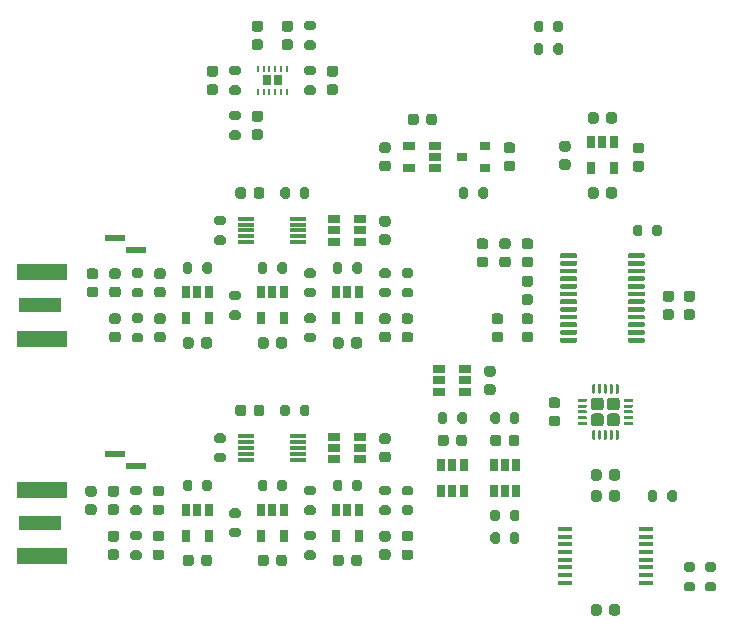
<source format=gtp>
%TF.GenerationSoftware,KiCad,Pcbnew,(5.1.10)-1*%
%TF.CreationDate,2021-07-23T15:14:34+02:00*%
%TF.ProjectId,rpicoscope2,72706963-6f73-4636-9f70-65322e6b6963,rev?*%
%TF.SameCoordinates,Original*%
%TF.FileFunction,Paste,Top*%
%TF.FilePolarity,Positive*%
%FSLAX46Y46*%
G04 Gerber Fmt 4.6, Leading zero omitted, Abs format (unit mm)*
G04 Created by KiCad (PCBNEW (5.1.10)-1) date 2021-07-23 15:14:34*
%MOMM*%
%LPD*%
G01*
G04 APERTURE LIST*
%ADD10R,1.750000X0.600000*%
%ADD11R,1.400000X0.300000*%
%ADD12R,3.600000X1.270000*%
%ADD13R,4.200000X1.350000*%
%ADD14R,1.200000X0.400000*%
%ADD15R,1.060000X0.650000*%
%ADD16R,0.650000X1.060000*%
%ADD17R,0.900000X0.800000*%
%ADD18R,0.800000X0.950000*%
%ADD19R,0.250000X0.500000*%
G04 APERTURE END LIST*
%TO.C,R39*%
G36*
G01*
X179599000Y-119717000D02*
X179049000Y-119717000D01*
G75*
G02*
X178849000Y-119517000I0J200000D01*
G01*
X178849000Y-119117000D01*
G75*
G02*
X179049000Y-118917000I200000J0D01*
G01*
X179599000Y-118917000D01*
G75*
G02*
X179799000Y-119117000I0J-200000D01*
G01*
X179799000Y-119517000D01*
G75*
G02*
X179599000Y-119717000I-200000J0D01*
G01*
G37*
G36*
G01*
X179599000Y-121367000D02*
X179049000Y-121367000D01*
G75*
G02*
X178849000Y-121167000I0J200000D01*
G01*
X178849000Y-120767000D01*
G75*
G02*
X179049000Y-120567000I200000J0D01*
G01*
X179599000Y-120567000D01*
G75*
G02*
X179799000Y-120767000I0J-200000D01*
G01*
X179799000Y-121167000D01*
G75*
G02*
X179599000Y-121367000I-200000J0D01*
G01*
G37*
%TD*%
%TO.C,R38*%
G36*
G01*
X177821000Y-119717000D02*
X177271000Y-119717000D01*
G75*
G02*
X177071000Y-119517000I0J200000D01*
G01*
X177071000Y-119117000D01*
G75*
G02*
X177271000Y-118917000I200000J0D01*
G01*
X177821000Y-118917000D01*
G75*
G02*
X178021000Y-119117000I0J-200000D01*
G01*
X178021000Y-119517000D01*
G75*
G02*
X177821000Y-119717000I-200000J0D01*
G01*
G37*
G36*
G01*
X177821000Y-121367000D02*
X177271000Y-121367000D01*
G75*
G02*
X177071000Y-121167000I0J200000D01*
G01*
X177071000Y-120767000D01*
G75*
G02*
X177271000Y-120567000I200000J0D01*
G01*
X177821000Y-120567000D01*
G75*
G02*
X178021000Y-120767000I0J-200000D01*
G01*
X178021000Y-121167000D01*
G75*
G02*
X177821000Y-121367000I-200000J0D01*
G01*
G37*
%TD*%
D10*
%TO.C,J7*%
X128919000Y-91448000D03*
X130669000Y-92448000D03*
%TD*%
%TO.C,J4*%
X128919000Y-109736000D03*
X130669000Y-110736000D03*
%TD*%
%TO.C,C45*%
G36*
G01*
X170109000Y-113034000D02*
X170109000Y-113534000D01*
G75*
G02*
X169884000Y-113759000I-225000J0D01*
G01*
X169434000Y-113759000D01*
G75*
G02*
X169209000Y-113534000I0J225000D01*
G01*
X169209000Y-113034000D01*
G75*
G02*
X169434000Y-112809000I225000J0D01*
G01*
X169884000Y-112809000D01*
G75*
G02*
X170109000Y-113034000I0J-225000D01*
G01*
G37*
G36*
G01*
X171659000Y-113034000D02*
X171659000Y-113534000D01*
G75*
G02*
X171434000Y-113759000I-225000J0D01*
G01*
X170984000Y-113759000D01*
G75*
G02*
X170759000Y-113534000I0J225000D01*
G01*
X170759000Y-113034000D01*
G75*
G02*
X170984000Y-112809000I225000J0D01*
G01*
X171434000Y-112809000D01*
G75*
G02*
X171659000Y-113034000I0J-225000D01*
G01*
G37*
%TD*%
%TO.C,C44*%
G36*
G01*
X170109000Y-111256000D02*
X170109000Y-111756000D01*
G75*
G02*
X169884000Y-111981000I-225000J0D01*
G01*
X169434000Y-111981000D01*
G75*
G02*
X169209000Y-111756000I0J225000D01*
G01*
X169209000Y-111256000D01*
G75*
G02*
X169434000Y-111031000I225000J0D01*
G01*
X169884000Y-111031000D01*
G75*
G02*
X170109000Y-111256000I0J-225000D01*
G01*
G37*
G36*
G01*
X171659000Y-111256000D02*
X171659000Y-111756000D01*
G75*
G02*
X171434000Y-111981000I-225000J0D01*
G01*
X170984000Y-111981000D01*
G75*
G02*
X170759000Y-111756000I0J225000D01*
G01*
X170759000Y-111256000D01*
G75*
G02*
X170984000Y-111031000I225000J0D01*
G01*
X171434000Y-111031000D01*
G75*
G02*
X171659000Y-111256000I0J-225000D01*
G01*
G37*
%TD*%
%TO.C,U19*%
G36*
G01*
X169463998Y-106302000D02*
X170054002Y-106302000D01*
G75*
G02*
X170304000Y-106551998I0J-249998D01*
G01*
X170304000Y-107142002D01*
G75*
G02*
X170054002Y-107392000I-249998J0D01*
G01*
X169463998Y-107392000D01*
G75*
G02*
X169214000Y-107142002I0J249998D01*
G01*
X169214000Y-106551998D01*
G75*
G02*
X169463998Y-106302000I249998J0D01*
G01*
G37*
G36*
G01*
X170813998Y-106302000D02*
X171404002Y-106302000D01*
G75*
G02*
X171654000Y-106551998I0J-249998D01*
G01*
X171654000Y-107142002D01*
G75*
G02*
X171404002Y-107392000I-249998J0D01*
G01*
X170813998Y-107392000D01*
G75*
G02*
X170564000Y-107142002I0J249998D01*
G01*
X170564000Y-106551998D01*
G75*
G02*
X170813998Y-106302000I249998J0D01*
G01*
G37*
G36*
G01*
X169463998Y-104952000D02*
X170054002Y-104952000D01*
G75*
G02*
X170304000Y-105201998I0J-249998D01*
G01*
X170304000Y-105792002D01*
G75*
G02*
X170054002Y-106042000I-249998J0D01*
G01*
X169463998Y-106042000D01*
G75*
G02*
X169214000Y-105792002I0J249998D01*
G01*
X169214000Y-105201998D01*
G75*
G02*
X169463998Y-104952000I249998J0D01*
G01*
G37*
G36*
G01*
X170813998Y-104952000D02*
X171404002Y-104952000D01*
G75*
G02*
X171654000Y-105201998I0J-249998D01*
G01*
X171654000Y-105792002D01*
G75*
G02*
X171404002Y-106042000I-249998J0D01*
G01*
X170813998Y-106042000D01*
G75*
G02*
X170564000Y-105792002I0J249998D01*
G01*
X170564000Y-105201998D01*
G75*
G02*
X170813998Y-104952000I249998J0D01*
G01*
G37*
G36*
G01*
X172046500Y-105047000D02*
X172721500Y-105047000D01*
G75*
G02*
X172784000Y-105109500I0J-62500D01*
G01*
X172784000Y-105234500D01*
G75*
G02*
X172721500Y-105297000I-62500J0D01*
G01*
X172046500Y-105297000D01*
G75*
G02*
X171984000Y-105234500I0J62500D01*
G01*
X171984000Y-105109500D01*
G75*
G02*
X172046500Y-105047000I62500J0D01*
G01*
G37*
G36*
G01*
X172046500Y-105547000D02*
X172721500Y-105547000D01*
G75*
G02*
X172784000Y-105609500I0J-62500D01*
G01*
X172784000Y-105734500D01*
G75*
G02*
X172721500Y-105797000I-62500J0D01*
G01*
X172046500Y-105797000D01*
G75*
G02*
X171984000Y-105734500I0J62500D01*
G01*
X171984000Y-105609500D01*
G75*
G02*
X172046500Y-105547000I62500J0D01*
G01*
G37*
G36*
G01*
X172046500Y-106047000D02*
X172721500Y-106047000D01*
G75*
G02*
X172784000Y-106109500I0J-62500D01*
G01*
X172784000Y-106234500D01*
G75*
G02*
X172721500Y-106297000I-62500J0D01*
G01*
X172046500Y-106297000D01*
G75*
G02*
X171984000Y-106234500I0J62500D01*
G01*
X171984000Y-106109500D01*
G75*
G02*
X172046500Y-106047000I62500J0D01*
G01*
G37*
G36*
G01*
X172046500Y-106547000D02*
X172721500Y-106547000D01*
G75*
G02*
X172784000Y-106609500I0J-62500D01*
G01*
X172784000Y-106734500D01*
G75*
G02*
X172721500Y-106797000I-62500J0D01*
G01*
X172046500Y-106797000D01*
G75*
G02*
X171984000Y-106734500I0J62500D01*
G01*
X171984000Y-106609500D01*
G75*
G02*
X172046500Y-106547000I62500J0D01*
G01*
G37*
G36*
G01*
X172046500Y-107047000D02*
X172721500Y-107047000D01*
G75*
G02*
X172784000Y-107109500I0J-62500D01*
G01*
X172784000Y-107234500D01*
G75*
G02*
X172721500Y-107297000I-62500J0D01*
G01*
X172046500Y-107297000D01*
G75*
G02*
X171984000Y-107234500I0J62500D01*
G01*
X171984000Y-107109500D01*
G75*
G02*
X172046500Y-107047000I62500J0D01*
G01*
G37*
G36*
G01*
X171371500Y-107722000D02*
X171496500Y-107722000D01*
G75*
G02*
X171559000Y-107784500I0J-62500D01*
G01*
X171559000Y-108459500D01*
G75*
G02*
X171496500Y-108522000I-62500J0D01*
G01*
X171371500Y-108522000D01*
G75*
G02*
X171309000Y-108459500I0J62500D01*
G01*
X171309000Y-107784500D01*
G75*
G02*
X171371500Y-107722000I62500J0D01*
G01*
G37*
G36*
G01*
X170871500Y-107722000D02*
X170996500Y-107722000D01*
G75*
G02*
X171059000Y-107784500I0J-62500D01*
G01*
X171059000Y-108459500D01*
G75*
G02*
X170996500Y-108522000I-62500J0D01*
G01*
X170871500Y-108522000D01*
G75*
G02*
X170809000Y-108459500I0J62500D01*
G01*
X170809000Y-107784500D01*
G75*
G02*
X170871500Y-107722000I62500J0D01*
G01*
G37*
G36*
G01*
X170371500Y-107722000D02*
X170496500Y-107722000D01*
G75*
G02*
X170559000Y-107784500I0J-62500D01*
G01*
X170559000Y-108459500D01*
G75*
G02*
X170496500Y-108522000I-62500J0D01*
G01*
X170371500Y-108522000D01*
G75*
G02*
X170309000Y-108459500I0J62500D01*
G01*
X170309000Y-107784500D01*
G75*
G02*
X170371500Y-107722000I62500J0D01*
G01*
G37*
G36*
G01*
X169871500Y-107722000D02*
X169996500Y-107722000D01*
G75*
G02*
X170059000Y-107784500I0J-62500D01*
G01*
X170059000Y-108459500D01*
G75*
G02*
X169996500Y-108522000I-62500J0D01*
G01*
X169871500Y-108522000D01*
G75*
G02*
X169809000Y-108459500I0J62500D01*
G01*
X169809000Y-107784500D01*
G75*
G02*
X169871500Y-107722000I62500J0D01*
G01*
G37*
G36*
G01*
X169371500Y-107722000D02*
X169496500Y-107722000D01*
G75*
G02*
X169559000Y-107784500I0J-62500D01*
G01*
X169559000Y-108459500D01*
G75*
G02*
X169496500Y-108522000I-62500J0D01*
G01*
X169371500Y-108522000D01*
G75*
G02*
X169309000Y-108459500I0J62500D01*
G01*
X169309000Y-107784500D01*
G75*
G02*
X169371500Y-107722000I62500J0D01*
G01*
G37*
G36*
G01*
X168146500Y-107047000D02*
X168821500Y-107047000D01*
G75*
G02*
X168884000Y-107109500I0J-62500D01*
G01*
X168884000Y-107234500D01*
G75*
G02*
X168821500Y-107297000I-62500J0D01*
G01*
X168146500Y-107297000D01*
G75*
G02*
X168084000Y-107234500I0J62500D01*
G01*
X168084000Y-107109500D01*
G75*
G02*
X168146500Y-107047000I62500J0D01*
G01*
G37*
G36*
G01*
X168146500Y-106547000D02*
X168821500Y-106547000D01*
G75*
G02*
X168884000Y-106609500I0J-62500D01*
G01*
X168884000Y-106734500D01*
G75*
G02*
X168821500Y-106797000I-62500J0D01*
G01*
X168146500Y-106797000D01*
G75*
G02*
X168084000Y-106734500I0J62500D01*
G01*
X168084000Y-106609500D01*
G75*
G02*
X168146500Y-106547000I62500J0D01*
G01*
G37*
G36*
G01*
X168146500Y-106047000D02*
X168821500Y-106047000D01*
G75*
G02*
X168884000Y-106109500I0J-62500D01*
G01*
X168884000Y-106234500D01*
G75*
G02*
X168821500Y-106297000I-62500J0D01*
G01*
X168146500Y-106297000D01*
G75*
G02*
X168084000Y-106234500I0J62500D01*
G01*
X168084000Y-106109500D01*
G75*
G02*
X168146500Y-106047000I62500J0D01*
G01*
G37*
G36*
G01*
X168146500Y-105547000D02*
X168821500Y-105547000D01*
G75*
G02*
X168884000Y-105609500I0J-62500D01*
G01*
X168884000Y-105734500D01*
G75*
G02*
X168821500Y-105797000I-62500J0D01*
G01*
X168146500Y-105797000D01*
G75*
G02*
X168084000Y-105734500I0J62500D01*
G01*
X168084000Y-105609500D01*
G75*
G02*
X168146500Y-105547000I62500J0D01*
G01*
G37*
G36*
G01*
X168146500Y-105047000D02*
X168821500Y-105047000D01*
G75*
G02*
X168884000Y-105109500I0J-62500D01*
G01*
X168884000Y-105234500D01*
G75*
G02*
X168821500Y-105297000I-62500J0D01*
G01*
X168146500Y-105297000D01*
G75*
G02*
X168084000Y-105234500I0J62500D01*
G01*
X168084000Y-105109500D01*
G75*
G02*
X168146500Y-105047000I62500J0D01*
G01*
G37*
G36*
G01*
X169371500Y-103822000D02*
X169496500Y-103822000D01*
G75*
G02*
X169559000Y-103884500I0J-62500D01*
G01*
X169559000Y-104559500D01*
G75*
G02*
X169496500Y-104622000I-62500J0D01*
G01*
X169371500Y-104622000D01*
G75*
G02*
X169309000Y-104559500I0J62500D01*
G01*
X169309000Y-103884500D01*
G75*
G02*
X169371500Y-103822000I62500J0D01*
G01*
G37*
G36*
G01*
X169871500Y-103822000D02*
X169996500Y-103822000D01*
G75*
G02*
X170059000Y-103884500I0J-62500D01*
G01*
X170059000Y-104559500D01*
G75*
G02*
X169996500Y-104622000I-62500J0D01*
G01*
X169871500Y-104622000D01*
G75*
G02*
X169809000Y-104559500I0J62500D01*
G01*
X169809000Y-103884500D01*
G75*
G02*
X169871500Y-103822000I62500J0D01*
G01*
G37*
G36*
G01*
X170371500Y-103822000D02*
X170496500Y-103822000D01*
G75*
G02*
X170559000Y-103884500I0J-62500D01*
G01*
X170559000Y-104559500D01*
G75*
G02*
X170496500Y-104622000I-62500J0D01*
G01*
X170371500Y-104622000D01*
G75*
G02*
X170309000Y-104559500I0J62500D01*
G01*
X170309000Y-103884500D01*
G75*
G02*
X170371500Y-103822000I62500J0D01*
G01*
G37*
G36*
G01*
X170871500Y-103822000D02*
X170996500Y-103822000D01*
G75*
G02*
X171059000Y-103884500I0J-62500D01*
G01*
X171059000Y-104559500D01*
G75*
G02*
X170996500Y-104622000I-62500J0D01*
G01*
X170871500Y-104622000D01*
G75*
G02*
X170809000Y-104559500I0J62500D01*
G01*
X170809000Y-103884500D01*
G75*
G02*
X170871500Y-103822000I62500J0D01*
G01*
G37*
G36*
G01*
X171371500Y-103822000D02*
X171496500Y-103822000D01*
G75*
G02*
X171559000Y-103884500I0J-62500D01*
G01*
X171559000Y-104559500D01*
G75*
G02*
X171496500Y-104622000I-62500J0D01*
G01*
X171371500Y-104622000D01*
G75*
G02*
X171309000Y-104559500I0J62500D01*
G01*
X171309000Y-103884500D01*
G75*
G02*
X171371500Y-103822000I62500J0D01*
G01*
G37*
%TD*%
D11*
%TO.C,U16*%
X144440000Y-108220000D03*
X144440000Y-108720000D03*
X144440000Y-109220000D03*
X144440000Y-109720000D03*
X144440000Y-110220000D03*
X140040000Y-110220000D03*
X140040000Y-109720000D03*
X140040000Y-109220000D03*
X140040000Y-108720000D03*
X140040000Y-108220000D03*
%TD*%
%TO.C,U9*%
X144440000Y-89805000D03*
X144440000Y-90305000D03*
X144440000Y-90805000D03*
X144440000Y-91305000D03*
X144440000Y-91805000D03*
X140040000Y-91805000D03*
X140040000Y-91305000D03*
X140040000Y-90805000D03*
X140040000Y-90305000D03*
X140040000Y-89805000D03*
%TD*%
%TO.C,R37*%
G36*
G01*
X143720000Y-105770000D02*
X143720000Y-106320000D01*
G75*
G02*
X143520000Y-106520000I-200000J0D01*
G01*
X143120000Y-106520000D01*
G75*
G02*
X142920000Y-106320000I0J200000D01*
G01*
X142920000Y-105770000D01*
G75*
G02*
X143120000Y-105570000I200000J0D01*
G01*
X143520000Y-105570000D01*
G75*
G02*
X143720000Y-105770000I0J-200000D01*
G01*
G37*
G36*
G01*
X145370000Y-105770000D02*
X145370000Y-106320000D01*
G75*
G02*
X145170000Y-106520000I-200000J0D01*
G01*
X144770000Y-106520000D01*
G75*
G02*
X144570000Y-106320000I0J200000D01*
G01*
X144570000Y-105770000D01*
G75*
G02*
X144770000Y-105570000I200000J0D01*
G01*
X145170000Y-105570000D01*
G75*
G02*
X145370000Y-105770000I0J-200000D01*
G01*
G37*
%TD*%
%TO.C,R36*%
G36*
G01*
X143720000Y-87355000D02*
X143720000Y-87905000D01*
G75*
G02*
X143520000Y-88105000I-200000J0D01*
G01*
X143120000Y-88105000D01*
G75*
G02*
X142920000Y-87905000I0J200000D01*
G01*
X142920000Y-87355000D01*
G75*
G02*
X143120000Y-87155000I200000J0D01*
G01*
X143520000Y-87155000D01*
G75*
G02*
X143720000Y-87355000I0J-200000D01*
G01*
G37*
G36*
G01*
X145370000Y-87355000D02*
X145370000Y-87905000D01*
G75*
G02*
X145170000Y-88105000I-200000J0D01*
G01*
X144770000Y-88105000D01*
G75*
G02*
X144570000Y-87905000I0J200000D01*
G01*
X144570000Y-87355000D01*
G75*
G02*
X144770000Y-87155000I200000J0D01*
G01*
X145170000Y-87155000D01*
G75*
G02*
X145370000Y-87355000I0J-200000D01*
G01*
G37*
%TD*%
%TO.C,R30*%
G36*
G01*
X137520000Y-109645000D02*
X138070000Y-109645000D01*
G75*
G02*
X138270000Y-109845000I0J-200000D01*
G01*
X138270000Y-110245000D01*
G75*
G02*
X138070000Y-110445000I-200000J0D01*
G01*
X137520000Y-110445000D01*
G75*
G02*
X137320000Y-110245000I0J200000D01*
G01*
X137320000Y-109845000D01*
G75*
G02*
X137520000Y-109645000I200000J0D01*
G01*
G37*
G36*
G01*
X137520000Y-107995000D02*
X138070000Y-107995000D01*
G75*
G02*
X138270000Y-108195000I0J-200000D01*
G01*
X138270000Y-108595000D01*
G75*
G02*
X138070000Y-108795000I-200000J0D01*
G01*
X137520000Y-108795000D01*
G75*
G02*
X137320000Y-108595000I0J200000D01*
G01*
X137320000Y-108195000D01*
G75*
G02*
X137520000Y-107995000I200000J0D01*
G01*
G37*
%TD*%
%TO.C,R9*%
G36*
G01*
X137520000Y-91230000D02*
X138070000Y-91230000D01*
G75*
G02*
X138270000Y-91430000I0J-200000D01*
G01*
X138270000Y-91830000D01*
G75*
G02*
X138070000Y-92030000I-200000J0D01*
G01*
X137520000Y-92030000D01*
G75*
G02*
X137320000Y-91830000I0J200000D01*
G01*
X137320000Y-91430000D01*
G75*
G02*
X137520000Y-91230000I200000J0D01*
G01*
G37*
G36*
G01*
X137520000Y-89580000D02*
X138070000Y-89580000D01*
G75*
G02*
X138270000Y-89780000I0J-200000D01*
G01*
X138270000Y-90180000D01*
G75*
G02*
X138070000Y-90380000I-200000J0D01*
G01*
X137520000Y-90380000D01*
G75*
G02*
X137320000Y-90180000I0J200000D01*
G01*
X137320000Y-89780000D01*
G75*
G02*
X137520000Y-89580000I200000J0D01*
G01*
G37*
%TD*%
%TO.C,R35*%
G36*
G01*
X162350000Y-106955000D02*
X162350000Y-106405000D01*
G75*
G02*
X162550000Y-106205000I200000J0D01*
G01*
X162950000Y-106205000D01*
G75*
G02*
X163150000Y-106405000I0J-200000D01*
G01*
X163150000Y-106955000D01*
G75*
G02*
X162950000Y-107155000I-200000J0D01*
G01*
X162550000Y-107155000D01*
G75*
G02*
X162350000Y-106955000I0J200000D01*
G01*
G37*
G36*
G01*
X160700000Y-106955000D02*
X160700000Y-106405000D01*
G75*
G02*
X160900000Y-106205000I200000J0D01*
G01*
X161300000Y-106205000D01*
G75*
G02*
X161500000Y-106405000I0J-200000D01*
G01*
X161500000Y-106955000D01*
G75*
G02*
X161300000Y-107155000I-200000J0D01*
G01*
X160900000Y-107155000D01*
G75*
G02*
X160700000Y-106955000I0J200000D01*
G01*
G37*
%TD*%
%TO.C,R25*%
G36*
G01*
X161500000Y-114660000D02*
X161500000Y-115210000D01*
G75*
G02*
X161300000Y-115410000I-200000J0D01*
G01*
X160900000Y-115410000D01*
G75*
G02*
X160700000Y-115210000I0J200000D01*
G01*
X160700000Y-114660000D01*
G75*
G02*
X160900000Y-114460000I200000J0D01*
G01*
X161300000Y-114460000D01*
G75*
G02*
X161500000Y-114660000I0J-200000D01*
G01*
G37*
G36*
G01*
X163150000Y-114660000D02*
X163150000Y-115210000D01*
G75*
G02*
X162950000Y-115410000I-200000J0D01*
G01*
X162550000Y-115410000D01*
G75*
G02*
X162350000Y-115210000I0J200000D01*
G01*
X162350000Y-114660000D01*
G75*
G02*
X162550000Y-114460000I200000J0D01*
G01*
X162950000Y-114460000D01*
G75*
G02*
X163150000Y-114660000I0J-200000D01*
G01*
G37*
%TD*%
%TO.C,R23*%
G36*
G01*
X161500000Y-116565000D02*
X161500000Y-117115000D01*
G75*
G02*
X161300000Y-117315000I-200000J0D01*
G01*
X160900000Y-117315000D01*
G75*
G02*
X160700000Y-117115000I0J200000D01*
G01*
X160700000Y-116565000D01*
G75*
G02*
X160900000Y-116365000I200000J0D01*
G01*
X161300000Y-116365000D01*
G75*
G02*
X161500000Y-116565000I0J-200000D01*
G01*
G37*
G36*
G01*
X163150000Y-116565000D02*
X163150000Y-117115000D01*
G75*
G02*
X162950000Y-117315000I-200000J0D01*
G01*
X162550000Y-117315000D01*
G75*
G02*
X162350000Y-117115000I0J200000D01*
G01*
X162350000Y-116565000D01*
G75*
G02*
X162550000Y-116365000I200000J0D01*
G01*
X162950000Y-116365000D01*
G75*
G02*
X163150000Y-116565000I0J-200000D01*
G01*
G37*
%TD*%
D12*
%TO.C,J6*%
X122555000Y-115570000D03*
D13*
X122755000Y-118395000D03*
X122755000Y-112745000D03*
%TD*%
D12*
%TO.C,J1*%
X122555000Y-97155000D03*
D13*
X122755000Y-99980000D03*
X122755000Y-94330000D03*
%TD*%
D14*
%TO.C,U20*%
X166984000Y-116089000D03*
X166984000Y-116739000D03*
X166984000Y-117389000D03*
X166984000Y-118039000D03*
X166984000Y-118689000D03*
X166984000Y-119339000D03*
X166984000Y-119989000D03*
X166984000Y-120639000D03*
X173884000Y-120639000D03*
X173884000Y-119989000D03*
X173884000Y-119339000D03*
X173884000Y-118689000D03*
X173884000Y-118039000D03*
X173884000Y-117389000D03*
X173884000Y-116739000D03*
X173884000Y-116089000D03*
%TD*%
%TO.C,R22*%
G36*
G01*
X174035000Y-113559000D02*
X174035000Y-113009000D01*
G75*
G02*
X174235000Y-112809000I200000J0D01*
G01*
X174635000Y-112809000D01*
G75*
G02*
X174835000Y-113009000I0J-200000D01*
G01*
X174835000Y-113559000D01*
G75*
G02*
X174635000Y-113759000I-200000J0D01*
G01*
X174235000Y-113759000D01*
G75*
G02*
X174035000Y-113559000I0J200000D01*
G01*
G37*
G36*
G01*
X175685000Y-113559000D02*
X175685000Y-113009000D01*
G75*
G02*
X175885000Y-112809000I200000J0D01*
G01*
X176285000Y-112809000D01*
G75*
G02*
X176485000Y-113009000I0J-200000D01*
G01*
X176485000Y-113559000D01*
G75*
G02*
X176285000Y-113759000I-200000J0D01*
G01*
X175885000Y-113759000D01*
G75*
G02*
X175685000Y-113559000I0J200000D01*
G01*
G37*
%TD*%
%TO.C,C43*%
G36*
G01*
X172978000Y-83370000D02*
X173478000Y-83370000D01*
G75*
G02*
X173703000Y-83595000I0J-225000D01*
G01*
X173703000Y-84045000D01*
G75*
G02*
X173478000Y-84270000I-225000J0D01*
G01*
X172978000Y-84270000D01*
G75*
G02*
X172753000Y-84045000I0J225000D01*
G01*
X172753000Y-83595000D01*
G75*
G02*
X172978000Y-83370000I225000J0D01*
G01*
G37*
G36*
G01*
X172978000Y-84920000D02*
X173478000Y-84920000D01*
G75*
G02*
X173703000Y-85145000I0J-225000D01*
G01*
X173703000Y-85595000D01*
G75*
G02*
X173478000Y-85820000I-225000J0D01*
G01*
X172978000Y-85820000D01*
G75*
G02*
X172753000Y-85595000I0J225000D01*
G01*
X172753000Y-85145000D01*
G75*
G02*
X172978000Y-84920000I225000J0D01*
G01*
G37*
%TD*%
%TO.C,C42*%
G36*
G01*
X169209000Y-123186000D02*
X169209000Y-122686000D01*
G75*
G02*
X169434000Y-122461000I225000J0D01*
G01*
X169884000Y-122461000D01*
G75*
G02*
X170109000Y-122686000I0J-225000D01*
G01*
X170109000Y-123186000D01*
G75*
G02*
X169884000Y-123411000I-225000J0D01*
G01*
X169434000Y-123411000D01*
G75*
G02*
X169209000Y-123186000I0J225000D01*
G01*
G37*
G36*
G01*
X170759000Y-123186000D02*
X170759000Y-122686000D01*
G75*
G02*
X170984000Y-122461000I225000J0D01*
G01*
X171434000Y-122461000D01*
G75*
G02*
X171659000Y-122686000I0J-225000D01*
G01*
X171659000Y-123186000D01*
G75*
G02*
X171434000Y-123411000I-225000J0D01*
G01*
X170984000Y-123411000D01*
G75*
G02*
X170759000Y-123186000I0J225000D01*
G01*
G37*
%TD*%
%TO.C,C22*%
G36*
G01*
X165866000Y-104947000D02*
X166366000Y-104947000D01*
G75*
G02*
X166591000Y-105172000I0J-225000D01*
G01*
X166591000Y-105622000D01*
G75*
G02*
X166366000Y-105847000I-225000J0D01*
G01*
X165866000Y-105847000D01*
G75*
G02*
X165641000Y-105622000I0J225000D01*
G01*
X165641000Y-105172000D01*
G75*
G02*
X165866000Y-104947000I225000J0D01*
G01*
G37*
G36*
G01*
X165866000Y-106497000D02*
X166366000Y-106497000D01*
G75*
G02*
X166591000Y-106722000I0J-225000D01*
G01*
X166591000Y-107172000D01*
G75*
G02*
X166366000Y-107397000I-225000J0D01*
G01*
X165866000Y-107397000D01*
G75*
G02*
X165641000Y-107172000I0J225000D01*
G01*
X165641000Y-106722000D01*
G75*
G02*
X165866000Y-106497000I225000J0D01*
G01*
G37*
%TD*%
D15*
%TO.C,U18*%
X147490000Y-109220000D03*
X147490000Y-110170000D03*
X147490000Y-108270000D03*
X149690000Y-108270000D03*
X149690000Y-109220000D03*
X149690000Y-110170000D03*
%TD*%
D16*
%TO.C,U17*%
X149540000Y-116670000D03*
X147640000Y-116670000D03*
X147640000Y-114470000D03*
X148590000Y-114470000D03*
X149540000Y-114470000D03*
%TD*%
%TO.C,U12*%
X143190000Y-116670000D03*
X141290000Y-116670000D03*
X141290000Y-114470000D03*
X142240000Y-114470000D03*
X143190000Y-114470000D03*
%TD*%
%TO.C,U7*%
X136840000Y-116670000D03*
X134940000Y-116670000D03*
X134940000Y-114470000D03*
X135890000Y-114470000D03*
X136840000Y-114470000D03*
%TD*%
D15*
%TO.C,U6*%
X153840000Y-85532000D03*
X153840000Y-83632000D03*
X156040000Y-83632000D03*
X156040000Y-84582000D03*
X156040000Y-85532000D03*
%TD*%
%TO.C,R21*%
G36*
G01*
X151490000Y-114090000D02*
X152040000Y-114090000D01*
G75*
G02*
X152240000Y-114290000I0J-200000D01*
G01*
X152240000Y-114690000D01*
G75*
G02*
X152040000Y-114890000I-200000J0D01*
G01*
X151490000Y-114890000D01*
G75*
G02*
X151290000Y-114690000I0J200000D01*
G01*
X151290000Y-114290000D01*
G75*
G02*
X151490000Y-114090000I200000J0D01*
G01*
G37*
G36*
G01*
X151490000Y-112440000D02*
X152040000Y-112440000D01*
G75*
G02*
X152240000Y-112640000I0J-200000D01*
G01*
X152240000Y-113040000D01*
G75*
G02*
X152040000Y-113240000I-200000J0D01*
G01*
X151490000Y-113240000D01*
G75*
G02*
X151290000Y-113040000I0J200000D01*
G01*
X151290000Y-112640000D01*
G75*
G02*
X151490000Y-112440000I200000J0D01*
G01*
G37*
%TD*%
%TO.C,R20*%
G36*
G01*
X151490000Y-95675000D02*
X152040000Y-95675000D01*
G75*
G02*
X152240000Y-95875000I0J-200000D01*
G01*
X152240000Y-96275000D01*
G75*
G02*
X152040000Y-96475000I-200000J0D01*
G01*
X151490000Y-96475000D01*
G75*
G02*
X151290000Y-96275000I0J200000D01*
G01*
X151290000Y-95875000D01*
G75*
G02*
X151490000Y-95675000I200000J0D01*
G01*
G37*
G36*
G01*
X151490000Y-94025000D02*
X152040000Y-94025000D01*
G75*
G02*
X152240000Y-94225000I0J-200000D01*
G01*
X152240000Y-94625000D01*
G75*
G02*
X152040000Y-94825000I-200000J0D01*
G01*
X151490000Y-94825000D01*
G75*
G02*
X151290000Y-94625000I0J200000D01*
G01*
X151290000Y-94225000D01*
G75*
G02*
X151490000Y-94025000I200000J0D01*
G01*
G37*
%TD*%
%TO.C,R17*%
G36*
G01*
X153945000Y-113240000D02*
X153395000Y-113240000D01*
G75*
G02*
X153195000Y-113040000I0J200000D01*
G01*
X153195000Y-112640000D01*
G75*
G02*
X153395000Y-112440000I200000J0D01*
G01*
X153945000Y-112440000D01*
G75*
G02*
X154145000Y-112640000I0J-200000D01*
G01*
X154145000Y-113040000D01*
G75*
G02*
X153945000Y-113240000I-200000J0D01*
G01*
G37*
G36*
G01*
X153945000Y-114890000D02*
X153395000Y-114890000D01*
G75*
G02*
X153195000Y-114690000I0J200000D01*
G01*
X153195000Y-114290000D01*
G75*
G02*
X153395000Y-114090000I200000J0D01*
G01*
X153945000Y-114090000D01*
G75*
G02*
X154145000Y-114290000I0J-200000D01*
G01*
X154145000Y-114690000D01*
G75*
G02*
X153945000Y-114890000I-200000J0D01*
G01*
G37*
%TD*%
%TO.C,R16*%
G36*
G01*
X148165000Y-112120000D02*
X148165000Y-112670000D01*
G75*
G02*
X147965000Y-112870000I-200000J0D01*
G01*
X147565000Y-112870000D01*
G75*
G02*
X147365000Y-112670000I0J200000D01*
G01*
X147365000Y-112120000D01*
G75*
G02*
X147565000Y-111920000I200000J0D01*
G01*
X147965000Y-111920000D01*
G75*
G02*
X148165000Y-112120000I0J-200000D01*
G01*
G37*
G36*
G01*
X149815000Y-112120000D02*
X149815000Y-112670000D01*
G75*
G02*
X149615000Y-112870000I-200000J0D01*
G01*
X149215000Y-112870000D01*
G75*
G02*
X149015000Y-112670000I0J200000D01*
G01*
X149015000Y-112120000D01*
G75*
G02*
X149215000Y-111920000I200000J0D01*
G01*
X149615000Y-111920000D01*
G75*
G02*
X149815000Y-112120000I0J-200000D01*
G01*
G37*
%TD*%
%TO.C,R13*%
G36*
G01*
X145140000Y-117900000D02*
X145690000Y-117900000D01*
G75*
G02*
X145890000Y-118100000I0J-200000D01*
G01*
X145890000Y-118500000D01*
G75*
G02*
X145690000Y-118700000I-200000J0D01*
G01*
X145140000Y-118700000D01*
G75*
G02*
X144940000Y-118500000I0J200000D01*
G01*
X144940000Y-118100000D01*
G75*
G02*
X145140000Y-117900000I200000J0D01*
G01*
G37*
G36*
G01*
X145140000Y-116250000D02*
X145690000Y-116250000D01*
G75*
G02*
X145890000Y-116450000I0J-200000D01*
G01*
X145890000Y-116850000D01*
G75*
G02*
X145690000Y-117050000I-200000J0D01*
G01*
X145140000Y-117050000D01*
G75*
G02*
X144940000Y-116850000I0J200000D01*
G01*
X144940000Y-116450000D01*
G75*
G02*
X145140000Y-116250000I200000J0D01*
G01*
G37*
%TD*%
%TO.C,R12*%
G36*
G01*
X145140000Y-114090000D02*
X145690000Y-114090000D01*
G75*
G02*
X145890000Y-114290000I0J-200000D01*
G01*
X145890000Y-114690000D01*
G75*
G02*
X145690000Y-114890000I-200000J0D01*
G01*
X145140000Y-114890000D01*
G75*
G02*
X144940000Y-114690000I0J200000D01*
G01*
X144940000Y-114290000D01*
G75*
G02*
X145140000Y-114090000I200000J0D01*
G01*
G37*
G36*
G01*
X145140000Y-112440000D02*
X145690000Y-112440000D01*
G75*
G02*
X145890000Y-112640000I0J-200000D01*
G01*
X145890000Y-113040000D01*
G75*
G02*
X145690000Y-113240000I-200000J0D01*
G01*
X145140000Y-113240000D01*
G75*
G02*
X144940000Y-113040000I0J200000D01*
G01*
X144940000Y-112640000D01*
G75*
G02*
X145140000Y-112440000I200000J0D01*
G01*
G37*
%TD*%
%TO.C,R11*%
G36*
G01*
X142665000Y-112670000D02*
X142665000Y-112120000D01*
G75*
G02*
X142865000Y-111920000I200000J0D01*
G01*
X143265000Y-111920000D01*
G75*
G02*
X143465000Y-112120000I0J-200000D01*
G01*
X143465000Y-112670000D01*
G75*
G02*
X143265000Y-112870000I-200000J0D01*
G01*
X142865000Y-112870000D01*
G75*
G02*
X142665000Y-112670000I0J200000D01*
G01*
G37*
G36*
G01*
X141015000Y-112670000D02*
X141015000Y-112120000D01*
G75*
G02*
X141215000Y-111920000I200000J0D01*
G01*
X141615000Y-111920000D01*
G75*
G02*
X141815000Y-112120000I0J-200000D01*
G01*
X141815000Y-112670000D01*
G75*
G02*
X141615000Y-112870000I-200000J0D01*
G01*
X141215000Y-112870000D01*
G75*
G02*
X141015000Y-112670000I0J200000D01*
G01*
G37*
%TD*%
%TO.C,R10*%
G36*
G01*
X138790000Y-115995000D02*
X139340000Y-115995000D01*
G75*
G02*
X139540000Y-116195000I0J-200000D01*
G01*
X139540000Y-116595000D01*
G75*
G02*
X139340000Y-116795000I-200000J0D01*
G01*
X138790000Y-116795000D01*
G75*
G02*
X138590000Y-116595000I0J200000D01*
G01*
X138590000Y-116195000D01*
G75*
G02*
X138790000Y-115995000I200000J0D01*
G01*
G37*
G36*
G01*
X138790000Y-114345000D02*
X139340000Y-114345000D01*
G75*
G02*
X139540000Y-114545000I0J-200000D01*
G01*
X139540000Y-114945000D01*
G75*
G02*
X139340000Y-115145000I-200000J0D01*
G01*
X138790000Y-115145000D01*
G75*
G02*
X138590000Y-114945000I0J200000D01*
G01*
X138590000Y-114545000D01*
G75*
G02*
X138790000Y-114345000I200000J0D01*
G01*
G37*
%TD*%
%TO.C,R8*%
G36*
G01*
X136315000Y-112670000D02*
X136315000Y-112120000D01*
G75*
G02*
X136515000Y-111920000I200000J0D01*
G01*
X136915000Y-111920000D01*
G75*
G02*
X137115000Y-112120000I0J-200000D01*
G01*
X137115000Y-112670000D01*
G75*
G02*
X136915000Y-112870000I-200000J0D01*
G01*
X136515000Y-112870000D01*
G75*
G02*
X136315000Y-112670000I0J200000D01*
G01*
G37*
G36*
G01*
X134665000Y-112670000D02*
X134665000Y-112120000D01*
G75*
G02*
X134865000Y-111920000I200000J0D01*
G01*
X135265000Y-111920000D01*
G75*
G02*
X135465000Y-112120000I0J-200000D01*
G01*
X135465000Y-112670000D01*
G75*
G02*
X135265000Y-112870000I-200000J0D01*
G01*
X134865000Y-112870000D01*
G75*
G02*
X134665000Y-112670000I0J200000D01*
G01*
G37*
%TD*%
%TO.C,R4*%
G36*
G01*
X130958000Y-117050000D02*
X130408000Y-117050000D01*
G75*
G02*
X130208000Y-116850000I0J200000D01*
G01*
X130208000Y-116450000D01*
G75*
G02*
X130408000Y-116250000I200000J0D01*
G01*
X130958000Y-116250000D01*
G75*
G02*
X131158000Y-116450000I0J-200000D01*
G01*
X131158000Y-116850000D01*
G75*
G02*
X130958000Y-117050000I-200000J0D01*
G01*
G37*
G36*
G01*
X130958000Y-118700000D02*
X130408000Y-118700000D01*
G75*
G02*
X130208000Y-118500000I0J200000D01*
G01*
X130208000Y-118100000D01*
G75*
G02*
X130408000Y-117900000I200000J0D01*
G01*
X130958000Y-117900000D01*
G75*
G02*
X131158000Y-118100000I0J-200000D01*
G01*
X131158000Y-118500000D01*
G75*
G02*
X130958000Y-118700000I-200000J0D01*
G01*
G37*
%TD*%
%TO.C,R1*%
G36*
G01*
X130408000Y-114090000D02*
X130958000Y-114090000D01*
G75*
G02*
X131158000Y-114290000I0J-200000D01*
G01*
X131158000Y-114690000D01*
G75*
G02*
X130958000Y-114890000I-200000J0D01*
G01*
X130408000Y-114890000D01*
G75*
G02*
X130208000Y-114690000I0J200000D01*
G01*
X130208000Y-114290000D01*
G75*
G02*
X130408000Y-114090000I200000J0D01*
G01*
G37*
G36*
G01*
X130408000Y-112440000D02*
X130958000Y-112440000D01*
G75*
G02*
X131158000Y-112640000I0J-200000D01*
G01*
X131158000Y-113040000D01*
G75*
G02*
X130958000Y-113240000I-200000J0D01*
G01*
X130408000Y-113240000D01*
G75*
G02*
X130208000Y-113040000I0J200000D01*
G01*
X130208000Y-112640000D01*
G75*
G02*
X130408000Y-112440000I200000J0D01*
G01*
G37*
%TD*%
%TO.C,D6*%
G36*
G01*
X153926250Y-117125000D02*
X153413750Y-117125000D01*
G75*
G02*
X153195000Y-116906250I0J218750D01*
G01*
X153195000Y-116468750D01*
G75*
G02*
X153413750Y-116250000I218750J0D01*
G01*
X153926250Y-116250000D01*
G75*
G02*
X154145000Y-116468750I0J-218750D01*
G01*
X154145000Y-116906250D01*
G75*
G02*
X153926250Y-117125000I-218750J0D01*
G01*
G37*
G36*
G01*
X153926250Y-118700000D02*
X153413750Y-118700000D01*
G75*
G02*
X153195000Y-118481250I0J218750D01*
G01*
X153195000Y-118043750D01*
G75*
G02*
X153413750Y-117825000I218750J0D01*
G01*
X153926250Y-117825000D01*
G75*
G02*
X154145000Y-118043750I0J-218750D01*
G01*
X154145000Y-118481250D01*
G75*
G02*
X153926250Y-118700000I-218750J0D01*
G01*
G37*
%TD*%
%TO.C,D5*%
G36*
G01*
X153926250Y-98710000D02*
X153413750Y-98710000D01*
G75*
G02*
X153195000Y-98491250I0J218750D01*
G01*
X153195000Y-98053750D01*
G75*
G02*
X153413750Y-97835000I218750J0D01*
G01*
X153926250Y-97835000D01*
G75*
G02*
X154145000Y-98053750I0J-218750D01*
G01*
X154145000Y-98491250D01*
G75*
G02*
X153926250Y-98710000I-218750J0D01*
G01*
G37*
G36*
G01*
X153926250Y-100285000D02*
X153413750Y-100285000D01*
G75*
G02*
X153195000Y-100066250I0J218750D01*
G01*
X153195000Y-99628750D01*
G75*
G02*
X153413750Y-99410000I218750J0D01*
G01*
X153926250Y-99410000D01*
G75*
G02*
X154145000Y-99628750I0J-218750D01*
G01*
X154145000Y-100066250D01*
G75*
G02*
X153926250Y-100285000I-218750J0D01*
G01*
G37*
%TD*%
%TO.C,D2*%
G36*
G01*
X132331750Y-117825000D02*
X132844250Y-117825000D01*
G75*
G02*
X133063000Y-118043750I0J-218750D01*
G01*
X133063000Y-118481250D01*
G75*
G02*
X132844250Y-118700000I-218750J0D01*
G01*
X132331750Y-118700000D01*
G75*
G02*
X132113000Y-118481250I0J218750D01*
G01*
X132113000Y-118043750D01*
G75*
G02*
X132331750Y-117825000I218750J0D01*
G01*
G37*
G36*
G01*
X132331750Y-116250000D02*
X132844250Y-116250000D01*
G75*
G02*
X133063000Y-116468750I0J-218750D01*
G01*
X133063000Y-116906250D01*
G75*
G02*
X132844250Y-117125000I-218750J0D01*
G01*
X132331750Y-117125000D01*
G75*
G02*
X132113000Y-116906250I0J218750D01*
G01*
X132113000Y-116468750D01*
G75*
G02*
X132331750Y-116250000I218750J0D01*
G01*
G37*
%TD*%
%TO.C,D1*%
G36*
G01*
X132331750Y-114015000D02*
X132844250Y-114015000D01*
G75*
G02*
X133063000Y-114233750I0J-218750D01*
G01*
X133063000Y-114671250D01*
G75*
G02*
X132844250Y-114890000I-218750J0D01*
G01*
X132331750Y-114890000D01*
G75*
G02*
X132113000Y-114671250I0J218750D01*
G01*
X132113000Y-114233750D01*
G75*
G02*
X132331750Y-114015000I218750J0D01*
G01*
G37*
G36*
G01*
X132331750Y-112440000D02*
X132844250Y-112440000D01*
G75*
G02*
X133063000Y-112658750I0J-218750D01*
G01*
X133063000Y-113096250D01*
G75*
G02*
X132844250Y-113315000I-218750J0D01*
G01*
X132331750Y-113315000D01*
G75*
G02*
X132113000Y-113096250I0J218750D01*
G01*
X132113000Y-112658750D01*
G75*
G02*
X132331750Y-112440000I218750J0D01*
G01*
G37*
%TD*%
%TO.C,C41*%
G36*
G01*
X151515000Y-117800000D02*
X152015000Y-117800000D01*
G75*
G02*
X152240000Y-118025000I0J-225000D01*
G01*
X152240000Y-118475000D01*
G75*
G02*
X152015000Y-118700000I-225000J0D01*
G01*
X151515000Y-118700000D01*
G75*
G02*
X151290000Y-118475000I0J225000D01*
G01*
X151290000Y-118025000D01*
G75*
G02*
X151515000Y-117800000I225000J0D01*
G01*
G37*
G36*
G01*
X151515000Y-116250000D02*
X152015000Y-116250000D01*
G75*
G02*
X152240000Y-116475000I0J-225000D01*
G01*
X152240000Y-116925000D01*
G75*
G02*
X152015000Y-117150000I-225000J0D01*
G01*
X151515000Y-117150000D01*
G75*
G02*
X151290000Y-116925000I0J225000D01*
G01*
X151290000Y-116475000D01*
G75*
G02*
X151515000Y-116250000I225000J0D01*
G01*
G37*
%TD*%
%TO.C,C40*%
G36*
G01*
X151515000Y-99385000D02*
X152015000Y-99385000D01*
G75*
G02*
X152240000Y-99610000I0J-225000D01*
G01*
X152240000Y-100060000D01*
G75*
G02*
X152015000Y-100285000I-225000J0D01*
G01*
X151515000Y-100285000D01*
G75*
G02*
X151290000Y-100060000I0J225000D01*
G01*
X151290000Y-99610000D01*
G75*
G02*
X151515000Y-99385000I225000J0D01*
G01*
G37*
G36*
G01*
X151515000Y-97835000D02*
X152015000Y-97835000D01*
G75*
G02*
X152240000Y-98060000I0J-225000D01*
G01*
X152240000Y-98510000D01*
G75*
G02*
X152015000Y-98735000I-225000J0D01*
G01*
X151515000Y-98735000D01*
G75*
G02*
X151290000Y-98510000I0J225000D01*
G01*
X151290000Y-98060000D01*
G75*
G02*
X151515000Y-97835000I225000J0D01*
G01*
G37*
%TD*%
%TO.C,C39*%
G36*
G01*
X151515000Y-109545000D02*
X152015000Y-109545000D01*
G75*
G02*
X152240000Y-109770000I0J-225000D01*
G01*
X152240000Y-110220000D01*
G75*
G02*
X152015000Y-110445000I-225000J0D01*
G01*
X151515000Y-110445000D01*
G75*
G02*
X151290000Y-110220000I0J225000D01*
G01*
X151290000Y-109770000D01*
G75*
G02*
X151515000Y-109545000I225000J0D01*
G01*
G37*
G36*
G01*
X151515000Y-107995000D02*
X152015000Y-107995000D01*
G75*
G02*
X152240000Y-108220000I0J-225000D01*
G01*
X152240000Y-108670000D01*
G75*
G02*
X152015000Y-108895000I-225000J0D01*
G01*
X151515000Y-108895000D01*
G75*
G02*
X151290000Y-108670000I0J225000D01*
G01*
X151290000Y-108220000D01*
G75*
G02*
X151515000Y-107995000I225000J0D01*
G01*
G37*
%TD*%
%TO.C,C38*%
G36*
G01*
X140010000Y-105795000D02*
X140010000Y-106295000D01*
G75*
G02*
X139785000Y-106520000I-225000J0D01*
G01*
X139335000Y-106520000D01*
G75*
G02*
X139110000Y-106295000I0J225000D01*
G01*
X139110000Y-105795000D01*
G75*
G02*
X139335000Y-105570000I225000J0D01*
G01*
X139785000Y-105570000D01*
G75*
G02*
X140010000Y-105795000I0J-225000D01*
G01*
G37*
G36*
G01*
X141560000Y-105795000D02*
X141560000Y-106295000D01*
G75*
G02*
X141335000Y-106520000I-225000J0D01*
G01*
X140885000Y-106520000D01*
G75*
G02*
X140660000Y-106295000I0J225000D01*
G01*
X140660000Y-105795000D01*
G75*
G02*
X140885000Y-105570000I225000J0D01*
G01*
X141335000Y-105570000D01*
G75*
G02*
X141560000Y-105795000I0J-225000D01*
G01*
G37*
%TD*%
%TO.C,C37*%
G36*
G01*
X141915000Y-118495000D02*
X141915000Y-118995000D01*
G75*
G02*
X141690000Y-119220000I-225000J0D01*
G01*
X141240000Y-119220000D01*
G75*
G02*
X141015000Y-118995000I0J225000D01*
G01*
X141015000Y-118495000D01*
G75*
G02*
X141240000Y-118270000I225000J0D01*
G01*
X141690000Y-118270000D01*
G75*
G02*
X141915000Y-118495000I0J-225000D01*
G01*
G37*
G36*
G01*
X143465000Y-118495000D02*
X143465000Y-118995000D01*
G75*
G02*
X143240000Y-119220000I-225000J0D01*
G01*
X142790000Y-119220000D01*
G75*
G02*
X142565000Y-118995000I0J225000D01*
G01*
X142565000Y-118495000D01*
G75*
G02*
X142790000Y-118270000I225000J0D01*
G01*
X143240000Y-118270000D01*
G75*
G02*
X143465000Y-118495000I0J-225000D01*
G01*
G37*
%TD*%
%TO.C,C13*%
G36*
G01*
X148915000Y-118995000D02*
X148915000Y-118495000D01*
G75*
G02*
X149140000Y-118270000I225000J0D01*
G01*
X149590000Y-118270000D01*
G75*
G02*
X149815000Y-118495000I0J-225000D01*
G01*
X149815000Y-118995000D01*
G75*
G02*
X149590000Y-119220000I-225000J0D01*
G01*
X149140000Y-119220000D01*
G75*
G02*
X148915000Y-118995000I0J225000D01*
G01*
G37*
G36*
G01*
X147365000Y-118995000D02*
X147365000Y-118495000D01*
G75*
G02*
X147590000Y-118270000I225000J0D01*
G01*
X148040000Y-118270000D01*
G75*
G02*
X148265000Y-118495000I0J-225000D01*
G01*
X148265000Y-118995000D01*
G75*
G02*
X148040000Y-119220000I-225000J0D01*
G01*
X147590000Y-119220000D01*
G75*
G02*
X147365000Y-118995000I0J225000D01*
G01*
G37*
%TD*%
%TO.C,C10*%
G36*
G01*
X135565000Y-118495000D02*
X135565000Y-118995000D01*
G75*
G02*
X135340000Y-119220000I-225000J0D01*
G01*
X134890000Y-119220000D01*
G75*
G02*
X134665000Y-118995000I0J225000D01*
G01*
X134665000Y-118495000D01*
G75*
G02*
X134890000Y-118270000I225000J0D01*
G01*
X135340000Y-118270000D01*
G75*
G02*
X135565000Y-118495000I0J-225000D01*
G01*
G37*
G36*
G01*
X137115000Y-118495000D02*
X137115000Y-118995000D01*
G75*
G02*
X136890000Y-119220000I-225000J0D01*
G01*
X136440000Y-119220000D01*
G75*
G02*
X136215000Y-118995000I0J225000D01*
G01*
X136215000Y-118495000D01*
G75*
G02*
X136440000Y-118270000I225000J0D01*
G01*
X136890000Y-118270000D01*
G75*
G02*
X137115000Y-118495000I0J-225000D01*
G01*
G37*
%TD*%
%TO.C,C9*%
G36*
G01*
X128528000Y-117800000D02*
X129028000Y-117800000D01*
G75*
G02*
X129253000Y-118025000I0J-225000D01*
G01*
X129253000Y-118475000D01*
G75*
G02*
X129028000Y-118700000I-225000J0D01*
G01*
X128528000Y-118700000D01*
G75*
G02*
X128303000Y-118475000I0J225000D01*
G01*
X128303000Y-118025000D01*
G75*
G02*
X128528000Y-117800000I225000J0D01*
G01*
G37*
G36*
G01*
X128528000Y-116250000D02*
X129028000Y-116250000D01*
G75*
G02*
X129253000Y-116475000I0J-225000D01*
G01*
X129253000Y-116925000D01*
G75*
G02*
X129028000Y-117150000I-225000J0D01*
G01*
X128528000Y-117150000D01*
G75*
G02*
X128303000Y-116925000I0J225000D01*
G01*
X128303000Y-116475000D01*
G75*
G02*
X128528000Y-116250000I225000J0D01*
G01*
G37*
%TD*%
%TO.C,C7*%
G36*
G01*
X128528000Y-113990000D02*
X129028000Y-113990000D01*
G75*
G02*
X129253000Y-114215000I0J-225000D01*
G01*
X129253000Y-114665000D01*
G75*
G02*
X129028000Y-114890000I-225000J0D01*
G01*
X128528000Y-114890000D01*
G75*
G02*
X128303000Y-114665000I0J225000D01*
G01*
X128303000Y-114215000D01*
G75*
G02*
X128528000Y-113990000I225000J0D01*
G01*
G37*
G36*
G01*
X128528000Y-112440000D02*
X129028000Y-112440000D01*
G75*
G02*
X129253000Y-112665000I0J-225000D01*
G01*
X129253000Y-113115000D01*
G75*
G02*
X129028000Y-113340000I-225000J0D01*
G01*
X128528000Y-113340000D01*
G75*
G02*
X128303000Y-113115000I0J225000D01*
G01*
X128303000Y-112665000D01*
G75*
G02*
X128528000Y-112440000I225000J0D01*
G01*
G37*
%TD*%
%TO.C,C3*%
G36*
G01*
X126623000Y-113990000D02*
X127123000Y-113990000D01*
G75*
G02*
X127348000Y-114215000I0J-225000D01*
G01*
X127348000Y-114665000D01*
G75*
G02*
X127123000Y-114890000I-225000J0D01*
G01*
X126623000Y-114890000D01*
G75*
G02*
X126398000Y-114665000I0J225000D01*
G01*
X126398000Y-114215000D01*
G75*
G02*
X126623000Y-113990000I225000J0D01*
G01*
G37*
G36*
G01*
X126623000Y-112440000D02*
X127123000Y-112440000D01*
G75*
G02*
X127348000Y-112665000I0J-225000D01*
G01*
X127348000Y-113115000D01*
G75*
G02*
X127123000Y-113340000I-225000J0D01*
G01*
X126623000Y-113340000D01*
G75*
G02*
X126398000Y-113115000I0J225000D01*
G01*
X126398000Y-112665000D01*
G75*
G02*
X126623000Y-112440000I225000J0D01*
G01*
G37*
%TD*%
D16*
%TO.C,U15*%
X157480000Y-112860000D03*
X158430000Y-112860000D03*
X156530000Y-112860000D03*
X156530000Y-110660000D03*
X157480000Y-110660000D03*
X158430000Y-110660000D03*
%TD*%
%TO.C,U13*%
X161925000Y-110660000D03*
X160975000Y-110660000D03*
X162875000Y-110660000D03*
X162875000Y-112860000D03*
X161925000Y-112860000D03*
X160975000Y-112860000D03*
%TD*%
D15*
%TO.C,U11*%
X147490000Y-90805000D03*
X147490000Y-91755000D03*
X147490000Y-89855000D03*
X149690000Y-89855000D03*
X149690000Y-90805000D03*
X149690000Y-91755000D03*
%TD*%
D16*
%TO.C,U10*%
X149540000Y-98255000D03*
X147640000Y-98255000D03*
X147640000Y-96055000D03*
X148590000Y-96055000D03*
X149540000Y-96055000D03*
%TD*%
%TO.C,U8*%
X143190000Y-98255000D03*
X141290000Y-98255000D03*
X141290000Y-96055000D03*
X142240000Y-96055000D03*
X143190000Y-96055000D03*
%TD*%
%TO.C,U1*%
X136840000Y-98255000D03*
X134940000Y-98255000D03*
X134940000Y-96055000D03*
X135890000Y-96055000D03*
X136840000Y-96055000D03*
%TD*%
%TO.C,R34*%
G36*
G01*
X153945000Y-94825000D02*
X153395000Y-94825000D01*
G75*
G02*
X153195000Y-94625000I0J200000D01*
G01*
X153195000Y-94225000D01*
G75*
G02*
X153395000Y-94025000I200000J0D01*
G01*
X153945000Y-94025000D01*
G75*
G02*
X154145000Y-94225000I0J-200000D01*
G01*
X154145000Y-94625000D01*
G75*
G02*
X153945000Y-94825000I-200000J0D01*
G01*
G37*
G36*
G01*
X153945000Y-96475000D02*
X153395000Y-96475000D01*
G75*
G02*
X153195000Y-96275000I0J200000D01*
G01*
X153195000Y-95875000D01*
G75*
G02*
X153395000Y-95675000I200000J0D01*
G01*
X153945000Y-95675000D01*
G75*
G02*
X154145000Y-95875000I0J-200000D01*
G01*
X154145000Y-96275000D01*
G75*
G02*
X153945000Y-96475000I-200000J0D01*
G01*
G37*
%TD*%
%TO.C,R33*%
G36*
G01*
X148165000Y-93705000D02*
X148165000Y-94255000D01*
G75*
G02*
X147965000Y-94455000I-200000J0D01*
G01*
X147565000Y-94455000D01*
G75*
G02*
X147365000Y-94255000I0J200000D01*
G01*
X147365000Y-93705000D01*
G75*
G02*
X147565000Y-93505000I200000J0D01*
G01*
X147965000Y-93505000D01*
G75*
G02*
X148165000Y-93705000I0J-200000D01*
G01*
G37*
G36*
G01*
X149815000Y-93705000D02*
X149815000Y-94255000D01*
G75*
G02*
X149615000Y-94455000I-200000J0D01*
G01*
X149215000Y-94455000D01*
G75*
G02*
X149015000Y-94255000I0J200000D01*
G01*
X149015000Y-93705000D01*
G75*
G02*
X149215000Y-93505000I200000J0D01*
G01*
X149615000Y-93505000D01*
G75*
G02*
X149815000Y-93705000I0J-200000D01*
G01*
G37*
%TD*%
%TO.C,R32*%
G36*
G01*
X145140000Y-99485000D02*
X145690000Y-99485000D01*
G75*
G02*
X145890000Y-99685000I0J-200000D01*
G01*
X145890000Y-100085000D01*
G75*
G02*
X145690000Y-100285000I-200000J0D01*
G01*
X145140000Y-100285000D01*
G75*
G02*
X144940000Y-100085000I0J200000D01*
G01*
X144940000Y-99685000D01*
G75*
G02*
X145140000Y-99485000I200000J0D01*
G01*
G37*
G36*
G01*
X145140000Y-97835000D02*
X145690000Y-97835000D01*
G75*
G02*
X145890000Y-98035000I0J-200000D01*
G01*
X145890000Y-98435000D01*
G75*
G02*
X145690000Y-98635000I-200000J0D01*
G01*
X145140000Y-98635000D01*
G75*
G02*
X144940000Y-98435000I0J200000D01*
G01*
X144940000Y-98035000D01*
G75*
G02*
X145140000Y-97835000I200000J0D01*
G01*
G37*
%TD*%
%TO.C,R31*%
G36*
G01*
X145140000Y-95675000D02*
X145690000Y-95675000D01*
G75*
G02*
X145890000Y-95875000I0J-200000D01*
G01*
X145890000Y-96275000D01*
G75*
G02*
X145690000Y-96475000I-200000J0D01*
G01*
X145140000Y-96475000D01*
G75*
G02*
X144940000Y-96275000I0J200000D01*
G01*
X144940000Y-95875000D01*
G75*
G02*
X145140000Y-95675000I200000J0D01*
G01*
G37*
G36*
G01*
X145140000Y-94025000D02*
X145690000Y-94025000D01*
G75*
G02*
X145890000Y-94225000I0J-200000D01*
G01*
X145890000Y-94625000D01*
G75*
G02*
X145690000Y-94825000I-200000J0D01*
G01*
X145140000Y-94825000D01*
G75*
G02*
X144940000Y-94625000I0J200000D01*
G01*
X144940000Y-94225000D01*
G75*
G02*
X145140000Y-94025000I200000J0D01*
G01*
G37*
%TD*%
%TO.C,R29*%
G36*
G01*
X138790000Y-97580000D02*
X139340000Y-97580000D01*
G75*
G02*
X139540000Y-97780000I0J-200000D01*
G01*
X139540000Y-98180000D01*
G75*
G02*
X139340000Y-98380000I-200000J0D01*
G01*
X138790000Y-98380000D01*
G75*
G02*
X138590000Y-98180000I0J200000D01*
G01*
X138590000Y-97780000D01*
G75*
G02*
X138790000Y-97580000I200000J0D01*
G01*
G37*
G36*
G01*
X138790000Y-95930000D02*
X139340000Y-95930000D01*
G75*
G02*
X139540000Y-96130000I0J-200000D01*
G01*
X139540000Y-96530000D01*
G75*
G02*
X139340000Y-96730000I-200000J0D01*
G01*
X138790000Y-96730000D01*
G75*
G02*
X138590000Y-96530000I0J200000D01*
G01*
X138590000Y-96130000D01*
G75*
G02*
X138790000Y-95930000I200000J0D01*
G01*
G37*
%TD*%
%TO.C,R28*%
G36*
G01*
X142665000Y-94255000D02*
X142665000Y-93705000D01*
G75*
G02*
X142865000Y-93505000I200000J0D01*
G01*
X143265000Y-93505000D01*
G75*
G02*
X143465000Y-93705000I0J-200000D01*
G01*
X143465000Y-94255000D01*
G75*
G02*
X143265000Y-94455000I-200000J0D01*
G01*
X142865000Y-94455000D01*
G75*
G02*
X142665000Y-94255000I0J200000D01*
G01*
G37*
G36*
G01*
X141015000Y-94255000D02*
X141015000Y-93705000D01*
G75*
G02*
X141215000Y-93505000I200000J0D01*
G01*
X141615000Y-93505000D01*
G75*
G02*
X141815000Y-93705000I0J-200000D01*
G01*
X141815000Y-94255000D01*
G75*
G02*
X141615000Y-94455000I-200000J0D01*
G01*
X141215000Y-94455000D01*
G75*
G02*
X141015000Y-94255000I0J200000D01*
G01*
G37*
%TD*%
%TO.C,R27*%
G36*
G01*
X136315000Y-94255000D02*
X136315000Y-93705000D01*
G75*
G02*
X136515000Y-93505000I200000J0D01*
G01*
X136915000Y-93505000D01*
G75*
G02*
X137115000Y-93705000I0J-200000D01*
G01*
X137115000Y-94255000D01*
G75*
G02*
X136915000Y-94455000I-200000J0D01*
G01*
X136515000Y-94455000D01*
G75*
G02*
X136315000Y-94255000I0J200000D01*
G01*
G37*
G36*
G01*
X134665000Y-94255000D02*
X134665000Y-93705000D01*
G75*
G02*
X134865000Y-93505000I200000J0D01*
G01*
X135265000Y-93505000D01*
G75*
G02*
X135465000Y-93705000I0J-200000D01*
G01*
X135465000Y-94255000D01*
G75*
G02*
X135265000Y-94455000I-200000J0D01*
G01*
X134865000Y-94455000D01*
G75*
G02*
X134665000Y-94255000I0J200000D01*
G01*
G37*
%TD*%
%TO.C,R26*%
G36*
G01*
X131085000Y-98635000D02*
X130535000Y-98635000D01*
G75*
G02*
X130335000Y-98435000I0J200000D01*
G01*
X130335000Y-98035000D01*
G75*
G02*
X130535000Y-97835000I200000J0D01*
G01*
X131085000Y-97835000D01*
G75*
G02*
X131285000Y-98035000I0J-200000D01*
G01*
X131285000Y-98435000D01*
G75*
G02*
X131085000Y-98635000I-200000J0D01*
G01*
G37*
G36*
G01*
X131085000Y-100285000D02*
X130535000Y-100285000D01*
G75*
G02*
X130335000Y-100085000I0J200000D01*
G01*
X130335000Y-99685000D01*
G75*
G02*
X130535000Y-99485000I200000J0D01*
G01*
X131085000Y-99485000D01*
G75*
G02*
X131285000Y-99685000I0J-200000D01*
G01*
X131285000Y-100085000D01*
G75*
G02*
X131085000Y-100285000I-200000J0D01*
G01*
G37*
%TD*%
%TO.C,R24*%
G36*
G01*
X130535000Y-95675000D02*
X131085000Y-95675000D01*
G75*
G02*
X131285000Y-95875000I0J-200000D01*
G01*
X131285000Y-96275000D01*
G75*
G02*
X131085000Y-96475000I-200000J0D01*
G01*
X130535000Y-96475000D01*
G75*
G02*
X130335000Y-96275000I0J200000D01*
G01*
X130335000Y-95875000D01*
G75*
G02*
X130535000Y-95675000I200000J0D01*
G01*
G37*
G36*
G01*
X130535000Y-94025000D02*
X131085000Y-94025000D01*
G75*
G02*
X131285000Y-94225000I0J-200000D01*
G01*
X131285000Y-94625000D01*
G75*
G02*
X131085000Y-94825000I-200000J0D01*
G01*
X130535000Y-94825000D01*
G75*
G02*
X130335000Y-94625000I0J200000D01*
G01*
X130335000Y-94225000D01*
G75*
G02*
X130535000Y-94025000I200000J0D01*
G01*
G37*
%TD*%
%TO.C,D4*%
G36*
G01*
X132458750Y-99410000D02*
X132971250Y-99410000D01*
G75*
G02*
X133190000Y-99628750I0J-218750D01*
G01*
X133190000Y-100066250D01*
G75*
G02*
X132971250Y-100285000I-218750J0D01*
G01*
X132458750Y-100285000D01*
G75*
G02*
X132240000Y-100066250I0J218750D01*
G01*
X132240000Y-99628750D01*
G75*
G02*
X132458750Y-99410000I218750J0D01*
G01*
G37*
G36*
G01*
X132458750Y-97835000D02*
X132971250Y-97835000D01*
G75*
G02*
X133190000Y-98053750I0J-218750D01*
G01*
X133190000Y-98491250D01*
G75*
G02*
X132971250Y-98710000I-218750J0D01*
G01*
X132458750Y-98710000D01*
G75*
G02*
X132240000Y-98491250I0J218750D01*
G01*
X132240000Y-98053750D01*
G75*
G02*
X132458750Y-97835000I218750J0D01*
G01*
G37*
%TD*%
%TO.C,D3*%
G36*
G01*
X132458750Y-95600000D02*
X132971250Y-95600000D01*
G75*
G02*
X133190000Y-95818750I0J-218750D01*
G01*
X133190000Y-96256250D01*
G75*
G02*
X132971250Y-96475000I-218750J0D01*
G01*
X132458750Y-96475000D01*
G75*
G02*
X132240000Y-96256250I0J218750D01*
G01*
X132240000Y-95818750D01*
G75*
G02*
X132458750Y-95600000I218750J0D01*
G01*
G37*
G36*
G01*
X132458750Y-94025000D02*
X132971250Y-94025000D01*
G75*
G02*
X133190000Y-94243750I0J-218750D01*
G01*
X133190000Y-94681250D01*
G75*
G02*
X132971250Y-94900000I-218750J0D01*
G01*
X132458750Y-94900000D01*
G75*
G02*
X132240000Y-94681250I0J218750D01*
G01*
X132240000Y-94243750D01*
G75*
G02*
X132458750Y-94025000I218750J0D01*
G01*
G37*
%TD*%
%TO.C,C36*%
G36*
G01*
X157805000Y-108835000D02*
X157805000Y-108335000D01*
G75*
G02*
X158030000Y-108110000I225000J0D01*
G01*
X158480000Y-108110000D01*
G75*
G02*
X158705000Y-108335000I0J-225000D01*
G01*
X158705000Y-108835000D01*
G75*
G02*
X158480000Y-109060000I-225000J0D01*
G01*
X158030000Y-109060000D01*
G75*
G02*
X157805000Y-108835000I0J225000D01*
G01*
G37*
G36*
G01*
X156255000Y-108835000D02*
X156255000Y-108335000D01*
G75*
G02*
X156480000Y-108110000I225000J0D01*
G01*
X156930000Y-108110000D01*
G75*
G02*
X157155000Y-108335000I0J-225000D01*
G01*
X157155000Y-108835000D01*
G75*
G02*
X156930000Y-109060000I-225000J0D01*
G01*
X156480000Y-109060000D01*
G75*
G02*
X156255000Y-108835000I0J225000D01*
G01*
G37*
%TD*%
%TO.C,C35*%
G36*
G01*
X162250000Y-108835000D02*
X162250000Y-108335000D01*
G75*
G02*
X162475000Y-108110000I225000J0D01*
G01*
X162925000Y-108110000D01*
G75*
G02*
X163150000Y-108335000I0J-225000D01*
G01*
X163150000Y-108835000D01*
G75*
G02*
X162925000Y-109060000I-225000J0D01*
G01*
X162475000Y-109060000D01*
G75*
G02*
X162250000Y-108835000I0J225000D01*
G01*
G37*
G36*
G01*
X160700000Y-108835000D02*
X160700000Y-108335000D01*
G75*
G02*
X160925000Y-108110000I225000J0D01*
G01*
X161375000Y-108110000D01*
G75*
G02*
X161600000Y-108335000I0J-225000D01*
G01*
X161600000Y-108835000D01*
G75*
G02*
X161375000Y-109060000I-225000J0D01*
G01*
X160925000Y-109060000D01*
G75*
G02*
X160700000Y-108835000I0J225000D01*
G01*
G37*
%TD*%
%TO.C,C34*%
G36*
G01*
X151515000Y-91130000D02*
X152015000Y-91130000D01*
G75*
G02*
X152240000Y-91355000I0J-225000D01*
G01*
X152240000Y-91805000D01*
G75*
G02*
X152015000Y-92030000I-225000J0D01*
G01*
X151515000Y-92030000D01*
G75*
G02*
X151290000Y-91805000I0J225000D01*
G01*
X151290000Y-91355000D01*
G75*
G02*
X151515000Y-91130000I225000J0D01*
G01*
G37*
G36*
G01*
X151515000Y-89580000D02*
X152015000Y-89580000D01*
G75*
G02*
X152240000Y-89805000I0J-225000D01*
G01*
X152240000Y-90255000D01*
G75*
G02*
X152015000Y-90480000I-225000J0D01*
G01*
X151515000Y-90480000D01*
G75*
G02*
X151290000Y-90255000I0J225000D01*
G01*
X151290000Y-89805000D01*
G75*
G02*
X151515000Y-89580000I225000J0D01*
G01*
G37*
%TD*%
%TO.C,C33*%
G36*
G01*
X148265000Y-100080000D02*
X148265000Y-100580000D01*
G75*
G02*
X148040000Y-100805000I-225000J0D01*
G01*
X147590000Y-100805000D01*
G75*
G02*
X147365000Y-100580000I0J225000D01*
G01*
X147365000Y-100080000D01*
G75*
G02*
X147590000Y-99855000I225000J0D01*
G01*
X148040000Y-99855000D01*
G75*
G02*
X148265000Y-100080000I0J-225000D01*
G01*
G37*
G36*
G01*
X149815000Y-100080000D02*
X149815000Y-100580000D01*
G75*
G02*
X149590000Y-100805000I-225000J0D01*
G01*
X149140000Y-100805000D01*
G75*
G02*
X148915000Y-100580000I0J225000D01*
G01*
X148915000Y-100080000D01*
G75*
G02*
X149140000Y-99855000I225000J0D01*
G01*
X149590000Y-99855000D01*
G75*
G02*
X149815000Y-100080000I0J-225000D01*
G01*
G37*
%TD*%
%TO.C,C32*%
G36*
G01*
X141915000Y-100080000D02*
X141915000Y-100580000D01*
G75*
G02*
X141690000Y-100805000I-225000J0D01*
G01*
X141240000Y-100805000D01*
G75*
G02*
X141015000Y-100580000I0J225000D01*
G01*
X141015000Y-100080000D01*
G75*
G02*
X141240000Y-99855000I225000J0D01*
G01*
X141690000Y-99855000D01*
G75*
G02*
X141915000Y-100080000I0J-225000D01*
G01*
G37*
G36*
G01*
X143465000Y-100080000D02*
X143465000Y-100580000D01*
G75*
G02*
X143240000Y-100805000I-225000J0D01*
G01*
X142790000Y-100805000D01*
G75*
G02*
X142565000Y-100580000I0J225000D01*
G01*
X142565000Y-100080000D01*
G75*
G02*
X142790000Y-99855000I225000J0D01*
G01*
X143240000Y-99855000D01*
G75*
G02*
X143465000Y-100080000I0J-225000D01*
G01*
G37*
%TD*%
%TO.C,C31*%
G36*
G01*
X140660000Y-87880000D02*
X140660000Y-87380000D01*
G75*
G02*
X140885000Y-87155000I225000J0D01*
G01*
X141335000Y-87155000D01*
G75*
G02*
X141560000Y-87380000I0J-225000D01*
G01*
X141560000Y-87880000D01*
G75*
G02*
X141335000Y-88105000I-225000J0D01*
G01*
X140885000Y-88105000D01*
G75*
G02*
X140660000Y-87880000I0J225000D01*
G01*
G37*
G36*
G01*
X139110000Y-87880000D02*
X139110000Y-87380000D01*
G75*
G02*
X139335000Y-87155000I225000J0D01*
G01*
X139785000Y-87155000D01*
G75*
G02*
X140010000Y-87380000I0J-225000D01*
G01*
X140010000Y-87880000D01*
G75*
G02*
X139785000Y-88105000I-225000J0D01*
G01*
X139335000Y-88105000D01*
G75*
G02*
X139110000Y-87880000I0J225000D01*
G01*
G37*
%TD*%
%TO.C,C30*%
G36*
G01*
X135565000Y-100080000D02*
X135565000Y-100580000D01*
G75*
G02*
X135340000Y-100805000I-225000J0D01*
G01*
X134890000Y-100805000D01*
G75*
G02*
X134665000Y-100580000I0J225000D01*
G01*
X134665000Y-100080000D01*
G75*
G02*
X134890000Y-99855000I225000J0D01*
G01*
X135340000Y-99855000D01*
G75*
G02*
X135565000Y-100080000I0J-225000D01*
G01*
G37*
G36*
G01*
X137115000Y-100080000D02*
X137115000Y-100580000D01*
G75*
G02*
X136890000Y-100805000I-225000J0D01*
G01*
X136440000Y-100805000D01*
G75*
G02*
X136215000Y-100580000I0J225000D01*
G01*
X136215000Y-100080000D01*
G75*
G02*
X136440000Y-99855000I225000J0D01*
G01*
X136890000Y-99855000D01*
G75*
G02*
X137115000Y-100080000I0J-225000D01*
G01*
G37*
%TD*%
%TO.C,C29*%
G36*
G01*
X128655000Y-99385000D02*
X129155000Y-99385000D01*
G75*
G02*
X129380000Y-99610000I0J-225000D01*
G01*
X129380000Y-100060000D01*
G75*
G02*
X129155000Y-100285000I-225000J0D01*
G01*
X128655000Y-100285000D01*
G75*
G02*
X128430000Y-100060000I0J225000D01*
G01*
X128430000Y-99610000D01*
G75*
G02*
X128655000Y-99385000I225000J0D01*
G01*
G37*
G36*
G01*
X128655000Y-97835000D02*
X129155000Y-97835000D01*
G75*
G02*
X129380000Y-98060000I0J-225000D01*
G01*
X129380000Y-98510000D01*
G75*
G02*
X129155000Y-98735000I-225000J0D01*
G01*
X128655000Y-98735000D01*
G75*
G02*
X128430000Y-98510000I0J225000D01*
G01*
X128430000Y-98060000D01*
G75*
G02*
X128655000Y-97835000I225000J0D01*
G01*
G37*
%TD*%
%TO.C,C28*%
G36*
G01*
X128655000Y-95575000D02*
X129155000Y-95575000D01*
G75*
G02*
X129380000Y-95800000I0J-225000D01*
G01*
X129380000Y-96250000D01*
G75*
G02*
X129155000Y-96475000I-225000J0D01*
G01*
X128655000Y-96475000D01*
G75*
G02*
X128430000Y-96250000I0J225000D01*
G01*
X128430000Y-95800000D01*
G75*
G02*
X128655000Y-95575000I225000J0D01*
G01*
G37*
G36*
G01*
X128655000Y-94025000D02*
X129155000Y-94025000D01*
G75*
G02*
X129380000Y-94250000I0J-225000D01*
G01*
X129380000Y-94700000D01*
G75*
G02*
X129155000Y-94925000I-225000J0D01*
G01*
X128655000Y-94925000D01*
G75*
G02*
X128430000Y-94700000I0J225000D01*
G01*
X128430000Y-94250000D01*
G75*
G02*
X128655000Y-94025000I225000J0D01*
G01*
G37*
%TD*%
%TO.C,C27*%
G36*
G01*
X126750000Y-95575000D02*
X127250000Y-95575000D01*
G75*
G02*
X127475000Y-95800000I0J-225000D01*
G01*
X127475000Y-96250000D01*
G75*
G02*
X127250000Y-96475000I-225000J0D01*
G01*
X126750000Y-96475000D01*
G75*
G02*
X126525000Y-96250000I0J225000D01*
G01*
X126525000Y-95800000D01*
G75*
G02*
X126750000Y-95575000I225000J0D01*
G01*
G37*
G36*
G01*
X126750000Y-94025000D02*
X127250000Y-94025000D01*
G75*
G02*
X127475000Y-94250000I0J-225000D01*
G01*
X127475000Y-94700000D01*
G75*
G02*
X127250000Y-94925000I-225000J0D01*
G01*
X126750000Y-94925000D01*
G75*
G02*
X126525000Y-94700000I0J225000D01*
G01*
X126525000Y-94250000D01*
G75*
G02*
X126750000Y-94025000I225000J0D01*
G01*
G37*
%TD*%
%TO.C,C6*%
G36*
G01*
X136910000Y-78430000D02*
X137410000Y-78430000D01*
G75*
G02*
X137635000Y-78655000I0J-225000D01*
G01*
X137635000Y-79105000D01*
G75*
G02*
X137410000Y-79330000I-225000J0D01*
G01*
X136910000Y-79330000D01*
G75*
G02*
X136685000Y-79105000I0J225000D01*
G01*
X136685000Y-78655000D01*
G75*
G02*
X136910000Y-78430000I225000J0D01*
G01*
G37*
G36*
G01*
X136910000Y-76880000D02*
X137410000Y-76880000D01*
G75*
G02*
X137635000Y-77105000I0J-225000D01*
G01*
X137635000Y-77555000D01*
G75*
G02*
X137410000Y-77780000I-225000J0D01*
G01*
X136910000Y-77780000D01*
G75*
G02*
X136685000Y-77555000I0J225000D01*
G01*
X136685000Y-77105000D01*
G75*
G02*
X136910000Y-76880000I225000J0D01*
G01*
G37*
%TD*%
%TO.C,C12*%
G36*
G01*
X160405000Y-103830000D02*
X160905000Y-103830000D01*
G75*
G02*
X161130000Y-104055000I0J-225000D01*
G01*
X161130000Y-104505000D01*
G75*
G02*
X160905000Y-104730000I-225000J0D01*
G01*
X160405000Y-104730000D01*
G75*
G02*
X160180000Y-104505000I0J225000D01*
G01*
X160180000Y-104055000D01*
G75*
G02*
X160405000Y-103830000I225000J0D01*
G01*
G37*
G36*
G01*
X160405000Y-102280000D02*
X160905000Y-102280000D01*
G75*
G02*
X161130000Y-102505000I0J-225000D01*
G01*
X161130000Y-102955000D01*
G75*
G02*
X160905000Y-103180000I-225000J0D01*
G01*
X160405000Y-103180000D01*
G75*
G02*
X160180000Y-102955000I0J225000D01*
G01*
X160180000Y-102505000D01*
G75*
G02*
X160405000Y-102280000I225000J0D01*
G01*
G37*
%TD*%
%TO.C,U14*%
G36*
G01*
X166580000Y-93045000D02*
X166580000Y-92845000D01*
G75*
G02*
X166680000Y-92745000I100000J0D01*
G01*
X167955000Y-92745000D01*
G75*
G02*
X168055000Y-92845000I0J-100000D01*
G01*
X168055000Y-93045000D01*
G75*
G02*
X167955000Y-93145000I-100000J0D01*
G01*
X166680000Y-93145000D01*
G75*
G02*
X166580000Y-93045000I0J100000D01*
G01*
G37*
G36*
G01*
X166580000Y-93695000D02*
X166580000Y-93495000D01*
G75*
G02*
X166680000Y-93395000I100000J0D01*
G01*
X167955000Y-93395000D01*
G75*
G02*
X168055000Y-93495000I0J-100000D01*
G01*
X168055000Y-93695000D01*
G75*
G02*
X167955000Y-93795000I-100000J0D01*
G01*
X166680000Y-93795000D01*
G75*
G02*
X166580000Y-93695000I0J100000D01*
G01*
G37*
G36*
G01*
X166580000Y-94345000D02*
X166580000Y-94145000D01*
G75*
G02*
X166680000Y-94045000I100000J0D01*
G01*
X167955000Y-94045000D01*
G75*
G02*
X168055000Y-94145000I0J-100000D01*
G01*
X168055000Y-94345000D01*
G75*
G02*
X167955000Y-94445000I-100000J0D01*
G01*
X166680000Y-94445000D01*
G75*
G02*
X166580000Y-94345000I0J100000D01*
G01*
G37*
G36*
G01*
X166580000Y-94995000D02*
X166580000Y-94795000D01*
G75*
G02*
X166680000Y-94695000I100000J0D01*
G01*
X167955000Y-94695000D01*
G75*
G02*
X168055000Y-94795000I0J-100000D01*
G01*
X168055000Y-94995000D01*
G75*
G02*
X167955000Y-95095000I-100000J0D01*
G01*
X166680000Y-95095000D01*
G75*
G02*
X166580000Y-94995000I0J100000D01*
G01*
G37*
G36*
G01*
X166580000Y-95645000D02*
X166580000Y-95445000D01*
G75*
G02*
X166680000Y-95345000I100000J0D01*
G01*
X167955000Y-95345000D01*
G75*
G02*
X168055000Y-95445000I0J-100000D01*
G01*
X168055000Y-95645000D01*
G75*
G02*
X167955000Y-95745000I-100000J0D01*
G01*
X166680000Y-95745000D01*
G75*
G02*
X166580000Y-95645000I0J100000D01*
G01*
G37*
G36*
G01*
X166580000Y-96295000D02*
X166580000Y-96095000D01*
G75*
G02*
X166680000Y-95995000I100000J0D01*
G01*
X167955000Y-95995000D01*
G75*
G02*
X168055000Y-96095000I0J-100000D01*
G01*
X168055000Y-96295000D01*
G75*
G02*
X167955000Y-96395000I-100000J0D01*
G01*
X166680000Y-96395000D01*
G75*
G02*
X166580000Y-96295000I0J100000D01*
G01*
G37*
G36*
G01*
X166580000Y-96945000D02*
X166580000Y-96745000D01*
G75*
G02*
X166680000Y-96645000I100000J0D01*
G01*
X167955000Y-96645000D01*
G75*
G02*
X168055000Y-96745000I0J-100000D01*
G01*
X168055000Y-96945000D01*
G75*
G02*
X167955000Y-97045000I-100000J0D01*
G01*
X166680000Y-97045000D01*
G75*
G02*
X166580000Y-96945000I0J100000D01*
G01*
G37*
G36*
G01*
X166580000Y-97595000D02*
X166580000Y-97395000D01*
G75*
G02*
X166680000Y-97295000I100000J0D01*
G01*
X167955000Y-97295000D01*
G75*
G02*
X168055000Y-97395000I0J-100000D01*
G01*
X168055000Y-97595000D01*
G75*
G02*
X167955000Y-97695000I-100000J0D01*
G01*
X166680000Y-97695000D01*
G75*
G02*
X166580000Y-97595000I0J100000D01*
G01*
G37*
G36*
G01*
X166580000Y-98245000D02*
X166580000Y-98045000D01*
G75*
G02*
X166680000Y-97945000I100000J0D01*
G01*
X167955000Y-97945000D01*
G75*
G02*
X168055000Y-98045000I0J-100000D01*
G01*
X168055000Y-98245000D01*
G75*
G02*
X167955000Y-98345000I-100000J0D01*
G01*
X166680000Y-98345000D01*
G75*
G02*
X166580000Y-98245000I0J100000D01*
G01*
G37*
G36*
G01*
X166580000Y-98895000D02*
X166580000Y-98695000D01*
G75*
G02*
X166680000Y-98595000I100000J0D01*
G01*
X167955000Y-98595000D01*
G75*
G02*
X168055000Y-98695000I0J-100000D01*
G01*
X168055000Y-98895000D01*
G75*
G02*
X167955000Y-98995000I-100000J0D01*
G01*
X166680000Y-98995000D01*
G75*
G02*
X166580000Y-98895000I0J100000D01*
G01*
G37*
G36*
G01*
X166580000Y-99545000D02*
X166580000Y-99345000D01*
G75*
G02*
X166680000Y-99245000I100000J0D01*
G01*
X167955000Y-99245000D01*
G75*
G02*
X168055000Y-99345000I0J-100000D01*
G01*
X168055000Y-99545000D01*
G75*
G02*
X167955000Y-99645000I-100000J0D01*
G01*
X166680000Y-99645000D01*
G75*
G02*
X166580000Y-99545000I0J100000D01*
G01*
G37*
G36*
G01*
X166580000Y-100195000D02*
X166580000Y-99995000D01*
G75*
G02*
X166680000Y-99895000I100000J0D01*
G01*
X167955000Y-99895000D01*
G75*
G02*
X168055000Y-99995000I0J-100000D01*
G01*
X168055000Y-100195000D01*
G75*
G02*
X167955000Y-100295000I-100000J0D01*
G01*
X166680000Y-100295000D01*
G75*
G02*
X166580000Y-100195000I0J100000D01*
G01*
G37*
G36*
G01*
X172305000Y-100195000D02*
X172305000Y-99995000D01*
G75*
G02*
X172405000Y-99895000I100000J0D01*
G01*
X173680000Y-99895000D01*
G75*
G02*
X173780000Y-99995000I0J-100000D01*
G01*
X173780000Y-100195000D01*
G75*
G02*
X173680000Y-100295000I-100000J0D01*
G01*
X172405000Y-100295000D01*
G75*
G02*
X172305000Y-100195000I0J100000D01*
G01*
G37*
G36*
G01*
X172305000Y-99545000D02*
X172305000Y-99345000D01*
G75*
G02*
X172405000Y-99245000I100000J0D01*
G01*
X173680000Y-99245000D01*
G75*
G02*
X173780000Y-99345000I0J-100000D01*
G01*
X173780000Y-99545000D01*
G75*
G02*
X173680000Y-99645000I-100000J0D01*
G01*
X172405000Y-99645000D01*
G75*
G02*
X172305000Y-99545000I0J100000D01*
G01*
G37*
G36*
G01*
X172305000Y-98895000D02*
X172305000Y-98695000D01*
G75*
G02*
X172405000Y-98595000I100000J0D01*
G01*
X173680000Y-98595000D01*
G75*
G02*
X173780000Y-98695000I0J-100000D01*
G01*
X173780000Y-98895000D01*
G75*
G02*
X173680000Y-98995000I-100000J0D01*
G01*
X172405000Y-98995000D01*
G75*
G02*
X172305000Y-98895000I0J100000D01*
G01*
G37*
G36*
G01*
X172305000Y-98245000D02*
X172305000Y-98045000D01*
G75*
G02*
X172405000Y-97945000I100000J0D01*
G01*
X173680000Y-97945000D01*
G75*
G02*
X173780000Y-98045000I0J-100000D01*
G01*
X173780000Y-98245000D01*
G75*
G02*
X173680000Y-98345000I-100000J0D01*
G01*
X172405000Y-98345000D01*
G75*
G02*
X172305000Y-98245000I0J100000D01*
G01*
G37*
G36*
G01*
X172305000Y-97595000D02*
X172305000Y-97395000D01*
G75*
G02*
X172405000Y-97295000I100000J0D01*
G01*
X173680000Y-97295000D01*
G75*
G02*
X173780000Y-97395000I0J-100000D01*
G01*
X173780000Y-97595000D01*
G75*
G02*
X173680000Y-97695000I-100000J0D01*
G01*
X172405000Y-97695000D01*
G75*
G02*
X172305000Y-97595000I0J100000D01*
G01*
G37*
G36*
G01*
X172305000Y-96945000D02*
X172305000Y-96745000D01*
G75*
G02*
X172405000Y-96645000I100000J0D01*
G01*
X173680000Y-96645000D01*
G75*
G02*
X173780000Y-96745000I0J-100000D01*
G01*
X173780000Y-96945000D01*
G75*
G02*
X173680000Y-97045000I-100000J0D01*
G01*
X172405000Y-97045000D01*
G75*
G02*
X172305000Y-96945000I0J100000D01*
G01*
G37*
G36*
G01*
X172305000Y-96295000D02*
X172305000Y-96095000D01*
G75*
G02*
X172405000Y-95995000I100000J0D01*
G01*
X173680000Y-95995000D01*
G75*
G02*
X173780000Y-96095000I0J-100000D01*
G01*
X173780000Y-96295000D01*
G75*
G02*
X173680000Y-96395000I-100000J0D01*
G01*
X172405000Y-96395000D01*
G75*
G02*
X172305000Y-96295000I0J100000D01*
G01*
G37*
G36*
G01*
X172305000Y-95645000D02*
X172305000Y-95445000D01*
G75*
G02*
X172405000Y-95345000I100000J0D01*
G01*
X173680000Y-95345000D01*
G75*
G02*
X173780000Y-95445000I0J-100000D01*
G01*
X173780000Y-95645000D01*
G75*
G02*
X173680000Y-95745000I-100000J0D01*
G01*
X172405000Y-95745000D01*
G75*
G02*
X172305000Y-95645000I0J100000D01*
G01*
G37*
G36*
G01*
X172305000Y-94995000D02*
X172305000Y-94795000D01*
G75*
G02*
X172405000Y-94695000I100000J0D01*
G01*
X173680000Y-94695000D01*
G75*
G02*
X173780000Y-94795000I0J-100000D01*
G01*
X173780000Y-94995000D01*
G75*
G02*
X173680000Y-95095000I-100000J0D01*
G01*
X172405000Y-95095000D01*
G75*
G02*
X172305000Y-94995000I0J100000D01*
G01*
G37*
G36*
G01*
X172305000Y-94345000D02*
X172305000Y-94145000D01*
G75*
G02*
X172405000Y-94045000I100000J0D01*
G01*
X173680000Y-94045000D01*
G75*
G02*
X173780000Y-94145000I0J-100000D01*
G01*
X173780000Y-94345000D01*
G75*
G02*
X173680000Y-94445000I-100000J0D01*
G01*
X172405000Y-94445000D01*
G75*
G02*
X172305000Y-94345000I0J100000D01*
G01*
G37*
G36*
G01*
X172305000Y-93695000D02*
X172305000Y-93495000D01*
G75*
G02*
X172405000Y-93395000I100000J0D01*
G01*
X173680000Y-93395000D01*
G75*
G02*
X173780000Y-93495000I0J-100000D01*
G01*
X173780000Y-93695000D01*
G75*
G02*
X173680000Y-93795000I-100000J0D01*
G01*
X172405000Y-93795000D01*
G75*
G02*
X172305000Y-93695000I0J100000D01*
G01*
G37*
G36*
G01*
X172305000Y-93045000D02*
X172305000Y-92845000D01*
G75*
G02*
X172405000Y-92745000I100000J0D01*
G01*
X173680000Y-92745000D01*
G75*
G02*
X173780000Y-92845000I0J-100000D01*
G01*
X173780000Y-93045000D01*
G75*
G02*
X173680000Y-93145000I-100000J0D01*
G01*
X172405000Y-93145000D01*
G75*
G02*
X172305000Y-93045000I0J100000D01*
G01*
G37*
%TD*%
%TO.C,R19*%
G36*
G01*
X175215000Y-90530000D02*
X175215000Y-91080000D01*
G75*
G02*
X175015000Y-91280000I-200000J0D01*
G01*
X174615000Y-91280000D01*
G75*
G02*
X174415000Y-91080000I0J200000D01*
G01*
X174415000Y-90530000D01*
G75*
G02*
X174615000Y-90330000I200000J0D01*
G01*
X175015000Y-90330000D01*
G75*
G02*
X175215000Y-90530000I0J-200000D01*
G01*
G37*
G36*
G01*
X173565000Y-90530000D02*
X173565000Y-91080000D01*
G75*
G02*
X173365000Y-91280000I-200000J0D01*
G01*
X172965000Y-91280000D01*
G75*
G02*
X172765000Y-91080000I0J200000D01*
G01*
X172765000Y-90530000D01*
G75*
G02*
X172965000Y-90330000I200000J0D01*
G01*
X173365000Y-90330000D01*
G75*
G02*
X173565000Y-90530000I0J-200000D01*
G01*
G37*
%TD*%
%TO.C,R18*%
G36*
G01*
X157055000Y-106405000D02*
X157055000Y-106955000D01*
G75*
G02*
X156855000Y-107155000I-200000J0D01*
G01*
X156455000Y-107155000D01*
G75*
G02*
X156255000Y-106955000I0J200000D01*
G01*
X156255000Y-106405000D01*
G75*
G02*
X156455000Y-106205000I200000J0D01*
G01*
X156855000Y-106205000D01*
G75*
G02*
X157055000Y-106405000I0J-200000D01*
G01*
G37*
G36*
G01*
X158705000Y-106405000D02*
X158705000Y-106955000D01*
G75*
G02*
X158505000Y-107155000I-200000J0D01*
G01*
X158105000Y-107155000D01*
G75*
G02*
X157905000Y-106955000I0J200000D01*
G01*
X157905000Y-106405000D01*
G75*
G02*
X158105000Y-106205000I200000J0D01*
G01*
X158505000Y-106205000D01*
G75*
G02*
X158705000Y-106405000I0J-200000D01*
G01*
G37*
%TD*%
%TO.C,C26*%
G36*
G01*
X161040000Y-97835000D02*
X161540000Y-97835000D01*
G75*
G02*
X161765000Y-98060000I0J-225000D01*
G01*
X161765000Y-98510000D01*
G75*
G02*
X161540000Y-98735000I-225000J0D01*
G01*
X161040000Y-98735000D01*
G75*
G02*
X160815000Y-98510000I0J225000D01*
G01*
X160815000Y-98060000D01*
G75*
G02*
X161040000Y-97835000I225000J0D01*
G01*
G37*
G36*
G01*
X161040000Y-99385000D02*
X161540000Y-99385000D01*
G75*
G02*
X161765000Y-99610000I0J-225000D01*
G01*
X161765000Y-100060000D01*
G75*
G02*
X161540000Y-100285000I-225000J0D01*
G01*
X161040000Y-100285000D01*
G75*
G02*
X160815000Y-100060000I0J225000D01*
G01*
X160815000Y-99610000D01*
G75*
G02*
X161040000Y-99385000I225000J0D01*
G01*
G37*
%TD*%
%TO.C,C25*%
G36*
G01*
X164080000Y-97110000D02*
X163580000Y-97110000D01*
G75*
G02*
X163355000Y-96885000I0J225000D01*
G01*
X163355000Y-96435000D01*
G75*
G02*
X163580000Y-96210000I225000J0D01*
G01*
X164080000Y-96210000D01*
G75*
G02*
X164305000Y-96435000I0J-225000D01*
G01*
X164305000Y-96885000D01*
G75*
G02*
X164080000Y-97110000I-225000J0D01*
G01*
G37*
G36*
G01*
X164080000Y-95560000D02*
X163580000Y-95560000D01*
G75*
G02*
X163355000Y-95335000I0J225000D01*
G01*
X163355000Y-94885000D01*
G75*
G02*
X163580000Y-94660000I225000J0D01*
G01*
X164080000Y-94660000D01*
G75*
G02*
X164305000Y-94885000I0J-225000D01*
G01*
X164305000Y-95335000D01*
G75*
G02*
X164080000Y-95560000I-225000J0D01*
G01*
G37*
%TD*%
%TO.C,C24*%
G36*
G01*
X164080000Y-93935000D02*
X163580000Y-93935000D01*
G75*
G02*
X163355000Y-93710000I0J225000D01*
G01*
X163355000Y-93260000D01*
G75*
G02*
X163580000Y-93035000I225000J0D01*
G01*
X164080000Y-93035000D01*
G75*
G02*
X164305000Y-93260000I0J-225000D01*
G01*
X164305000Y-93710000D01*
G75*
G02*
X164080000Y-93935000I-225000J0D01*
G01*
G37*
G36*
G01*
X164080000Y-92385000D02*
X163580000Y-92385000D01*
G75*
G02*
X163355000Y-92160000I0J225000D01*
G01*
X163355000Y-91710000D01*
G75*
G02*
X163580000Y-91485000I225000J0D01*
G01*
X164080000Y-91485000D01*
G75*
G02*
X164305000Y-91710000I0J-225000D01*
G01*
X164305000Y-92160000D01*
G75*
G02*
X164080000Y-92385000I-225000J0D01*
G01*
G37*
%TD*%
%TO.C,C21*%
G36*
G01*
X162175000Y-93935000D02*
X161675000Y-93935000D01*
G75*
G02*
X161450000Y-93710000I0J225000D01*
G01*
X161450000Y-93260000D01*
G75*
G02*
X161675000Y-93035000I225000J0D01*
G01*
X162175000Y-93035000D01*
G75*
G02*
X162400000Y-93260000I0J-225000D01*
G01*
X162400000Y-93710000D01*
G75*
G02*
X162175000Y-93935000I-225000J0D01*
G01*
G37*
G36*
G01*
X162175000Y-92385000D02*
X161675000Y-92385000D01*
G75*
G02*
X161450000Y-92160000I0J225000D01*
G01*
X161450000Y-91710000D01*
G75*
G02*
X161675000Y-91485000I225000J0D01*
G01*
X162175000Y-91485000D01*
G75*
G02*
X162400000Y-91710000I0J-225000D01*
G01*
X162400000Y-92160000D01*
G75*
G02*
X162175000Y-92385000I-225000J0D01*
G01*
G37*
%TD*%
%TO.C,C20*%
G36*
G01*
X177796000Y-98380000D02*
X177296000Y-98380000D01*
G75*
G02*
X177071000Y-98155000I0J225000D01*
G01*
X177071000Y-97705000D01*
G75*
G02*
X177296000Y-97480000I225000J0D01*
G01*
X177796000Y-97480000D01*
G75*
G02*
X178021000Y-97705000I0J-225000D01*
G01*
X178021000Y-98155000D01*
G75*
G02*
X177796000Y-98380000I-225000J0D01*
G01*
G37*
G36*
G01*
X177796000Y-96830000D02*
X177296000Y-96830000D01*
G75*
G02*
X177071000Y-96605000I0J225000D01*
G01*
X177071000Y-96155000D01*
G75*
G02*
X177296000Y-95930000I225000J0D01*
G01*
X177796000Y-95930000D01*
G75*
G02*
X178021000Y-96155000I0J-225000D01*
G01*
X178021000Y-96605000D01*
G75*
G02*
X177796000Y-96830000I-225000J0D01*
G01*
G37*
%TD*%
%TO.C,R15*%
G36*
G01*
X165183000Y-73258000D02*
X165183000Y-73808000D01*
G75*
G02*
X164983000Y-74008000I-200000J0D01*
G01*
X164583000Y-74008000D01*
G75*
G02*
X164383000Y-73808000I0J200000D01*
G01*
X164383000Y-73258000D01*
G75*
G02*
X164583000Y-73058000I200000J0D01*
G01*
X164983000Y-73058000D01*
G75*
G02*
X165183000Y-73258000I0J-200000D01*
G01*
G37*
G36*
G01*
X166833000Y-73258000D02*
X166833000Y-73808000D01*
G75*
G02*
X166633000Y-74008000I-200000J0D01*
G01*
X166233000Y-74008000D01*
G75*
G02*
X166033000Y-73808000I0J200000D01*
G01*
X166033000Y-73258000D01*
G75*
G02*
X166233000Y-73058000I200000J0D01*
G01*
X166633000Y-73058000D01*
G75*
G02*
X166833000Y-73258000I0J-200000D01*
G01*
G37*
%TD*%
%TO.C,R14*%
G36*
G01*
X165183000Y-75163000D02*
X165183000Y-75713000D01*
G75*
G02*
X164983000Y-75913000I-200000J0D01*
G01*
X164583000Y-75913000D01*
G75*
G02*
X164383000Y-75713000I0J200000D01*
G01*
X164383000Y-75163000D01*
G75*
G02*
X164583000Y-74963000I200000J0D01*
G01*
X164983000Y-74963000D01*
G75*
G02*
X165183000Y-75163000I0J-200000D01*
G01*
G37*
G36*
G01*
X166833000Y-75163000D02*
X166833000Y-75713000D01*
G75*
G02*
X166633000Y-75913000I-200000J0D01*
G01*
X166233000Y-75913000D01*
G75*
G02*
X166033000Y-75713000I0J200000D01*
G01*
X166033000Y-75163000D01*
G75*
G02*
X166233000Y-74963000I200000J0D01*
G01*
X166633000Y-74963000D01*
G75*
G02*
X166833000Y-75163000I0J-200000D01*
G01*
G37*
%TD*%
%TO.C,U3*%
X171130000Y-85555000D03*
X169230000Y-85555000D03*
X169230000Y-83355000D03*
X170180000Y-83355000D03*
X171130000Y-83355000D03*
%TD*%
%TO.C,C19*%
G36*
G01*
X170505000Y-87880000D02*
X170505000Y-87380000D01*
G75*
G02*
X170730000Y-87155000I225000J0D01*
G01*
X171180000Y-87155000D01*
G75*
G02*
X171405000Y-87380000I0J-225000D01*
G01*
X171405000Y-87880000D01*
G75*
G02*
X171180000Y-88105000I-225000J0D01*
G01*
X170730000Y-88105000D01*
G75*
G02*
X170505000Y-87880000I0J225000D01*
G01*
G37*
G36*
G01*
X168955000Y-87880000D02*
X168955000Y-87380000D01*
G75*
G02*
X169180000Y-87155000I225000J0D01*
G01*
X169630000Y-87155000D01*
G75*
G02*
X169855000Y-87380000I0J-225000D01*
G01*
X169855000Y-87880000D01*
G75*
G02*
X169630000Y-88105000I-225000J0D01*
G01*
X169180000Y-88105000D01*
G75*
G02*
X168955000Y-87880000I0J225000D01*
G01*
G37*
%TD*%
%TO.C,C18*%
G36*
G01*
X166755000Y-84780000D02*
X167255000Y-84780000D01*
G75*
G02*
X167480000Y-85005000I0J-225000D01*
G01*
X167480000Y-85455000D01*
G75*
G02*
X167255000Y-85680000I-225000J0D01*
G01*
X166755000Y-85680000D01*
G75*
G02*
X166530000Y-85455000I0J225000D01*
G01*
X166530000Y-85005000D01*
G75*
G02*
X166755000Y-84780000I225000J0D01*
G01*
G37*
G36*
G01*
X166755000Y-83230000D02*
X167255000Y-83230000D01*
G75*
G02*
X167480000Y-83455000I0J-225000D01*
G01*
X167480000Y-83905000D01*
G75*
G02*
X167255000Y-84130000I-225000J0D01*
G01*
X166755000Y-84130000D01*
G75*
G02*
X166530000Y-83905000I0J225000D01*
G01*
X166530000Y-83455000D01*
G75*
G02*
X166755000Y-83230000I225000J0D01*
G01*
G37*
%TD*%
%TO.C,C15*%
G36*
G01*
X170505000Y-81530000D02*
X170505000Y-81030000D01*
G75*
G02*
X170730000Y-80805000I225000J0D01*
G01*
X171180000Y-80805000D01*
G75*
G02*
X171405000Y-81030000I0J-225000D01*
G01*
X171405000Y-81530000D01*
G75*
G02*
X171180000Y-81755000I-225000J0D01*
G01*
X170730000Y-81755000D01*
G75*
G02*
X170505000Y-81530000I0J225000D01*
G01*
G37*
G36*
G01*
X168955000Y-81530000D02*
X168955000Y-81030000D01*
G75*
G02*
X169180000Y-80805000I225000J0D01*
G01*
X169630000Y-80805000D01*
G75*
G02*
X169855000Y-81030000I0J-225000D01*
G01*
X169855000Y-81530000D01*
G75*
G02*
X169630000Y-81755000I-225000J0D01*
G01*
X169180000Y-81755000D01*
G75*
G02*
X168955000Y-81530000I0J225000D01*
G01*
G37*
%TD*%
D15*
%TO.C,U2*%
X156380000Y-103505000D03*
X156380000Y-104455000D03*
X156380000Y-102555000D03*
X158580000Y-102555000D03*
X158580000Y-103505000D03*
X158580000Y-104455000D03*
%TD*%
D17*
%TO.C,U5*%
X158258000Y-84582000D03*
X160258000Y-83632000D03*
X160258000Y-85532000D03*
%TD*%
D18*
%TO.C,U4*%
X141740000Y-78105000D03*
X142740000Y-78105000D03*
D19*
X143490000Y-79055000D03*
X142990000Y-79055000D03*
X142490000Y-79055000D03*
X141990000Y-79055000D03*
X141490000Y-79055000D03*
X140990000Y-79055000D03*
X140990000Y-77155000D03*
X141490000Y-77155000D03*
X141990000Y-77155000D03*
X142490000Y-77155000D03*
X142990000Y-77155000D03*
X143490000Y-77155000D03*
%TD*%
%TO.C,R7*%
G36*
G01*
X159683000Y-87905000D02*
X159683000Y-87355000D01*
G75*
G02*
X159883000Y-87155000I200000J0D01*
G01*
X160283000Y-87155000D01*
G75*
G02*
X160483000Y-87355000I0J-200000D01*
G01*
X160483000Y-87905000D01*
G75*
G02*
X160283000Y-88105000I-200000J0D01*
G01*
X159883000Y-88105000D01*
G75*
G02*
X159683000Y-87905000I0J200000D01*
G01*
G37*
G36*
G01*
X158033000Y-87905000D02*
X158033000Y-87355000D01*
G75*
G02*
X158233000Y-87155000I200000J0D01*
G01*
X158633000Y-87155000D01*
G75*
G02*
X158833000Y-87355000I0J-200000D01*
G01*
X158833000Y-87905000D01*
G75*
G02*
X158633000Y-88105000I-200000J0D01*
G01*
X158233000Y-88105000D01*
G75*
G02*
X158033000Y-87905000I0J200000D01*
G01*
G37*
%TD*%
%TO.C,R6*%
G36*
G01*
X139340000Y-81490000D02*
X138790000Y-81490000D01*
G75*
G02*
X138590000Y-81290000I0J200000D01*
G01*
X138590000Y-80890000D01*
G75*
G02*
X138790000Y-80690000I200000J0D01*
G01*
X139340000Y-80690000D01*
G75*
G02*
X139540000Y-80890000I0J-200000D01*
G01*
X139540000Y-81290000D01*
G75*
G02*
X139340000Y-81490000I-200000J0D01*
G01*
G37*
G36*
G01*
X139340000Y-83140000D02*
X138790000Y-83140000D01*
G75*
G02*
X138590000Y-82940000I0J200000D01*
G01*
X138590000Y-82540000D01*
G75*
G02*
X138790000Y-82340000I200000J0D01*
G01*
X139340000Y-82340000D01*
G75*
G02*
X139540000Y-82540000I0J-200000D01*
G01*
X139540000Y-82940000D01*
G75*
G02*
X139340000Y-83140000I-200000J0D01*
G01*
G37*
%TD*%
%TO.C,R5*%
G36*
G01*
X145140000Y-74720000D02*
X145690000Y-74720000D01*
G75*
G02*
X145890000Y-74920000I0J-200000D01*
G01*
X145890000Y-75320000D01*
G75*
G02*
X145690000Y-75520000I-200000J0D01*
G01*
X145140000Y-75520000D01*
G75*
G02*
X144940000Y-75320000I0J200000D01*
G01*
X144940000Y-74920000D01*
G75*
G02*
X145140000Y-74720000I200000J0D01*
G01*
G37*
G36*
G01*
X145140000Y-73070000D02*
X145690000Y-73070000D01*
G75*
G02*
X145890000Y-73270000I0J-200000D01*
G01*
X145890000Y-73670000D01*
G75*
G02*
X145690000Y-73870000I-200000J0D01*
G01*
X145140000Y-73870000D01*
G75*
G02*
X144940000Y-73670000I0J200000D01*
G01*
X144940000Y-73270000D01*
G75*
G02*
X145140000Y-73070000I200000J0D01*
G01*
G37*
%TD*%
%TO.C,R3*%
G36*
G01*
X138790000Y-78530000D02*
X139340000Y-78530000D01*
G75*
G02*
X139540000Y-78730000I0J-200000D01*
G01*
X139540000Y-79130000D01*
G75*
G02*
X139340000Y-79330000I-200000J0D01*
G01*
X138790000Y-79330000D01*
G75*
G02*
X138590000Y-79130000I0J200000D01*
G01*
X138590000Y-78730000D01*
G75*
G02*
X138790000Y-78530000I200000J0D01*
G01*
G37*
G36*
G01*
X138790000Y-76880000D02*
X139340000Y-76880000D01*
G75*
G02*
X139540000Y-77080000I0J-200000D01*
G01*
X139540000Y-77480000D01*
G75*
G02*
X139340000Y-77680000I-200000J0D01*
G01*
X138790000Y-77680000D01*
G75*
G02*
X138590000Y-77480000I0J200000D01*
G01*
X138590000Y-77080000D01*
G75*
G02*
X138790000Y-76880000I200000J0D01*
G01*
G37*
%TD*%
%TO.C,R2*%
G36*
G01*
X145690000Y-77680000D02*
X145140000Y-77680000D01*
G75*
G02*
X144940000Y-77480000I0J200000D01*
G01*
X144940000Y-77080000D01*
G75*
G02*
X145140000Y-76880000I200000J0D01*
G01*
X145690000Y-76880000D01*
G75*
G02*
X145890000Y-77080000I0J-200000D01*
G01*
X145890000Y-77480000D01*
G75*
G02*
X145690000Y-77680000I-200000J0D01*
G01*
G37*
G36*
G01*
X145690000Y-79330000D02*
X145140000Y-79330000D01*
G75*
G02*
X144940000Y-79130000I0J200000D01*
G01*
X144940000Y-78730000D01*
G75*
G02*
X145140000Y-78530000I200000J0D01*
G01*
X145690000Y-78530000D01*
G75*
G02*
X145890000Y-78730000I0J-200000D01*
G01*
X145890000Y-79130000D01*
G75*
G02*
X145690000Y-79330000I-200000J0D01*
G01*
G37*
%TD*%
%TO.C,C23*%
G36*
G01*
X152015000Y-84257000D02*
X151515000Y-84257000D01*
G75*
G02*
X151290000Y-84032000I0J225000D01*
G01*
X151290000Y-83582000D01*
G75*
G02*
X151515000Y-83357000I225000J0D01*
G01*
X152015000Y-83357000D01*
G75*
G02*
X152240000Y-83582000I0J-225000D01*
G01*
X152240000Y-84032000D01*
G75*
G02*
X152015000Y-84257000I-225000J0D01*
G01*
G37*
G36*
G01*
X152015000Y-85807000D02*
X151515000Y-85807000D01*
G75*
G02*
X151290000Y-85582000I0J225000D01*
G01*
X151290000Y-85132000D01*
G75*
G02*
X151515000Y-84907000I225000J0D01*
G01*
X152015000Y-84907000D01*
G75*
G02*
X152240000Y-85132000I0J-225000D01*
G01*
X152240000Y-85582000D01*
G75*
G02*
X152015000Y-85807000I-225000J0D01*
G01*
G37*
%TD*%
%TO.C,C17*%
G36*
G01*
X160270000Y-93935000D02*
X159770000Y-93935000D01*
G75*
G02*
X159545000Y-93710000I0J225000D01*
G01*
X159545000Y-93260000D01*
G75*
G02*
X159770000Y-93035000I225000J0D01*
G01*
X160270000Y-93035000D01*
G75*
G02*
X160495000Y-93260000I0J-225000D01*
G01*
X160495000Y-93710000D01*
G75*
G02*
X160270000Y-93935000I-225000J0D01*
G01*
G37*
G36*
G01*
X160270000Y-92385000D02*
X159770000Y-92385000D01*
G75*
G02*
X159545000Y-92160000I0J225000D01*
G01*
X159545000Y-91710000D01*
G75*
G02*
X159770000Y-91485000I225000J0D01*
G01*
X160270000Y-91485000D01*
G75*
G02*
X160495000Y-91710000I0J-225000D01*
G01*
X160495000Y-92160000D01*
G75*
G02*
X160270000Y-92385000I-225000J0D01*
G01*
G37*
%TD*%
%TO.C,C16*%
G36*
G01*
X164080000Y-100285000D02*
X163580000Y-100285000D01*
G75*
G02*
X163355000Y-100060000I0J225000D01*
G01*
X163355000Y-99610000D01*
G75*
G02*
X163580000Y-99385000I225000J0D01*
G01*
X164080000Y-99385000D01*
G75*
G02*
X164305000Y-99610000I0J-225000D01*
G01*
X164305000Y-100060000D01*
G75*
G02*
X164080000Y-100285000I-225000J0D01*
G01*
G37*
G36*
G01*
X164080000Y-98735000D02*
X163580000Y-98735000D01*
G75*
G02*
X163355000Y-98510000I0J225000D01*
G01*
X163355000Y-98060000D01*
G75*
G02*
X163580000Y-97835000I225000J0D01*
G01*
X164080000Y-97835000D01*
G75*
G02*
X164305000Y-98060000I0J-225000D01*
G01*
X164305000Y-98510000D01*
G75*
G02*
X164080000Y-98735000I-225000J0D01*
G01*
G37*
%TD*%
%TO.C,C14*%
G36*
G01*
X176018000Y-98380000D02*
X175518000Y-98380000D01*
G75*
G02*
X175293000Y-98155000I0J225000D01*
G01*
X175293000Y-97705000D01*
G75*
G02*
X175518000Y-97480000I225000J0D01*
G01*
X176018000Y-97480000D01*
G75*
G02*
X176243000Y-97705000I0J-225000D01*
G01*
X176243000Y-98155000D01*
G75*
G02*
X176018000Y-98380000I-225000J0D01*
G01*
G37*
G36*
G01*
X176018000Y-96830000D02*
X175518000Y-96830000D01*
G75*
G02*
X175293000Y-96605000I0J225000D01*
G01*
X175293000Y-96155000D01*
G75*
G02*
X175518000Y-95930000I225000J0D01*
G01*
X176018000Y-95930000D01*
G75*
G02*
X176243000Y-96155000I0J-225000D01*
G01*
X176243000Y-96605000D01*
G75*
G02*
X176018000Y-96830000I-225000J0D01*
G01*
G37*
%TD*%
%TO.C,C11*%
G36*
G01*
X154615000Y-81157000D02*
X154615000Y-81657000D01*
G75*
G02*
X154390000Y-81882000I-225000J0D01*
G01*
X153940000Y-81882000D01*
G75*
G02*
X153715000Y-81657000I0J225000D01*
G01*
X153715000Y-81157000D01*
G75*
G02*
X153940000Y-80932000I225000J0D01*
G01*
X154390000Y-80932000D01*
G75*
G02*
X154615000Y-81157000I0J-225000D01*
G01*
G37*
G36*
G01*
X156165000Y-81157000D02*
X156165000Y-81657000D01*
G75*
G02*
X155940000Y-81882000I-225000J0D01*
G01*
X155490000Y-81882000D01*
G75*
G02*
X155265000Y-81657000I0J225000D01*
G01*
X155265000Y-81157000D01*
G75*
G02*
X155490000Y-80932000I225000J0D01*
G01*
X155940000Y-80932000D01*
G75*
G02*
X156165000Y-81157000I0J-225000D01*
G01*
G37*
%TD*%
%TO.C,C8*%
G36*
G01*
X162556000Y-84257000D02*
X162056000Y-84257000D01*
G75*
G02*
X161831000Y-84032000I0J225000D01*
G01*
X161831000Y-83582000D01*
G75*
G02*
X162056000Y-83357000I225000J0D01*
G01*
X162556000Y-83357000D01*
G75*
G02*
X162781000Y-83582000I0J-225000D01*
G01*
X162781000Y-84032000D01*
G75*
G02*
X162556000Y-84257000I-225000J0D01*
G01*
G37*
G36*
G01*
X162556000Y-85807000D02*
X162056000Y-85807000D01*
G75*
G02*
X161831000Y-85582000I0J225000D01*
G01*
X161831000Y-85132000D01*
G75*
G02*
X162056000Y-84907000I225000J0D01*
G01*
X162556000Y-84907000D01*
G75*
G02*
X162781000Y-85132000I0J-225000D01*
G01*
X162781000Y-85582000D01*
G75*
G02*
X162556000Y-85807000I-225000J0D01*
G01*
G37*
%TD*%
%TO.C,C5*%
G36*
G01*
X147570000Y-77780000D02*
X147070000Y-77780000D01*
G75*
G02*
X146845000Y-77555000I0J225000D01*
G01*
X146845000Y-77105000D01*
G75*
G02*
X147070000Y-76880000I225000J0D01*
G01*
X147570000Y-76880000D01*
G75*
G02*
X147795000Y-77105000I0J-225000D01*
G01*
X147795000Y-77555000D01*
G75*
G02*
X147570000Y-77780000I-225000J0D01*
G01*
G37*
G36*
G01*
X147570000Y-79330000D02*
X147070000Y-79330000D01*
G75*
G02*
X146845000Y-79105000I0J225000D01*
G01*
X146845000Y-78655000D01*
G75*
G02*
X147070000Y-78430000I225000J0D01*
G01*
X147570000Y-78430000D01*
G75*
G02*
X147795000Y-78655000I0J-225000D01*
G01*
X147795000Y-79105000D01*
G75*
G02*
X147570000Y-79330000I-225000J0D01*
G01*
G37*
%TD*%
%TO.C,C4*%
G36*
G01*
X141220000Y-73970000D02*
X140720000Y-73970000D01*
G75*
G02*
X140495000Y-73745000I0J225000D01*
G01*
X140495000Y-73295000D01*
G75*
G02*
X140720000Y-73070000I225000J0D01*
G01*
X141220000Y-73070000D01*
G75*
G02*
X141445000Y-73295000I0J-225000D01*
G01*
X141445000Y-73745000D01*
G75*
G02*
X141220000Y-73970000I-225000J0D01*
G01*
G37*
G36*
G01*
X141220000Y-75520000D02*
X140720000Y-75520000D01*
G75*
G02*
X140495000Y-75295000I0J225000D01*
G01*
X140495000Y-74845000D01*
G75*
G02*
X140720000Y-74620000I225000J0D01*
G01*
X141220000Y-74620000D01*
G75*
G02*
X141445000Y-74845000I0J-225000D01*
G01*
X141445000Y-75295000D01*
G75*
G02*
X141220000Y-75520000I-225000J0D01*
G01*
G37*
%TD*%
%TO.C,C2*%
G36*
G01*
X141220000Y-81590000D02*
X140720000Y-81590000D01*
G75*
G02*
X140495000Y-81365000I0J225000D01*
G01*
X140495000Y-80915000D01*
G75*
G02*
X140720000Y-80690000I225000J0D01*
G01*
X141220000Y-80690000D01*
G75*
G02*
X141445000Y-80915000I0J-225000D01*
G01*
X141445000Y-81365000D01*
G75*
G02*
X141220000Y-81590000I-225000J0D01*
G01*
G37*
G36*
G01*
X141220000Y-83140000D02*
X140720000Y-83140000D01*
G75*
G02*
X140495000Y-82915000I0J225000D01*
G01*
X140495000Y-82465000D01*
G75*
G02*
X140720000Y-82240000I225000J0D01*
G01*
X141220000Y-82240000D01*
G75*
G02*
X141445000Y-82465000I0J-225000D01*
G01*
X141445000Y-82915000D01*
G75*
G02*
X141220000Y-83140000I-225000J0D01*
G01*
G37*
%TD*%
%TO.C,C1*%
G36*
G01*
X143760000Y-73970000D02*
X143260000Y-73970000D01*
G75*
G02*
X143035000Y-73745000I0J225000D01*
G01*
X143035000Y-73295000D01*
G75*
G02*
X143260000Y-73070000I225000J0D01*
G01*
X143760000Y-73070000D01*
G75*
G02*
X143985000Y-73295000I0J-225000D01*
G01*
X143985000Y-73745000D01*
G75*
G02*
X143760000Y-73970000I-225000J0D01*
G01*
G37*
G36*
G01*
X143760000Y-75520000D02*
X143260000Y-75520000D01*
G75*
G02*
X143035000Y-75295000I0J225000D01*
G01*
X143035000Y-74845000D01*
G75*
G02*
X143260000Y-74620000I225000J0D01*
G01*
X143760000Y-74620000D01*
G75*
G02*
X143985000Y-74845000I0J-225000D01*
G01*
X143985000Y-75295000D01*
G75*
G02*
X143760000Y-75520000I-225000J0D01*
G01*
G37*
%TD*%
M02*

</source>
